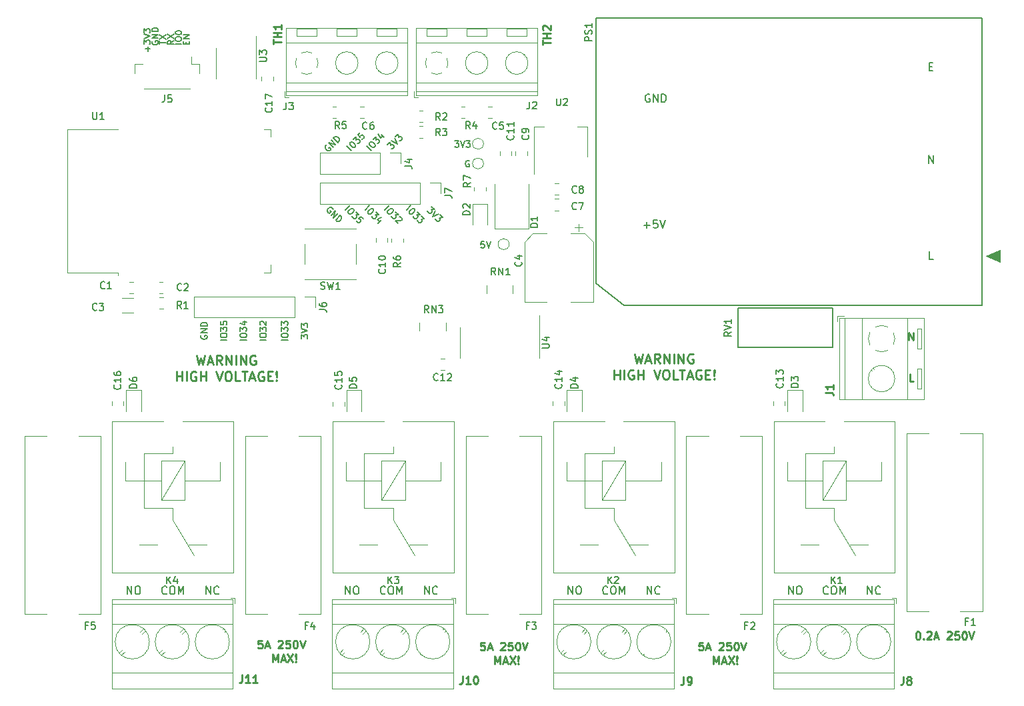
<source format=gbr>
G04 #@! TF.GenerationSoftware,KiCad,Pcbnew,(5.1.9)-1*
G04 #@! TF.CreationDate,2021-03-08T14:29:57+02:00*
G04 #@! TF.ProjectId,Voltlog ESP32 Relay Controller,566f6c74-6c6f-4672-9045-535033322052,rev?*
G04 #@! TF.SameCoordinates,Original*
G04 #@! TF.FileFunction,Legend,Top*
G04 #@! TF.FilePolarity,Positive*
%FSLAX46Y46*%
G04 Gerber Fmt 4.6, Leading zero omitted, Abs format (unit mm)*
G04 Created by KiCad (PCBNEW (5.1.9)-1) date 2021-03-08 14:29:57*
%MOMM*%
%LPD*%
G01*
G04 APERTURE LIST*
%ADD10C,0.250000*%
%ADD11C,0.150000*%
%ADD12C,0.200000*%
%ADD13C,0.120000*%
%ADD14C,0.100000*%
G04 APERTURE END LIST*
D10*
X116628571Y-101917857D02*
X116914285Y-103117857D01*
X117142857Y-102260714D01*
X117371428Y-103117857D01*
X117657142Y-101917857D01*
X118057142Y-102775000D02*
X118628571Y-102775000D01*
X117942857Y-103117857D02*
X118342857Y-101917857D01*
X118742857Y-103117857D01*
X119828571Y-103117857D02*
X119428571Y-102546428D01*
X119142857Y-103117857D02*
X119142857Y-101917857D01*
X119600000Y-101917857D01*
X119714285Y-101975000D01*
X119771428Y-102032142D01*
X119828571Y-102146428D01*
X119828571Y-102317857D01*
X119771428Y-102432142D01*
X119714285Y-102489285D01*
X119600000Y-102546428D01*
X119142857Y-102546428D01*
X120342857Y-103117857D02*
X120342857Y-101917857D01*
X121028571Y-103117857D01*
X121028571Y-101917857D01*
X121600000Y-103117857D02*
X121600000Y-101917857D01*
X122171428Y-103117857D02*
X122171428Y-101917857D01*
X122857142Y-103117857D01*
X122857142Y-101917857D01*
X124057142Y-101975000D02*
X123942857Y-101917857D01*
X123771428Y-101917857D01*
X123600000Y-101975000D01*
X123485714Y-102089285D01*
X123428571Y-102203571D01*
X123371428Y-102432142D01*
X123371428Y-102603571D01*
X123428571Y-102832142D01*
X123485714Y-102946428D01*
X123600000Y-103060714D01*
X123771428Y-103117857D01*
X123885714Y-103117857D01*
X124057142Y-103060714D01*
X124114285Y-103003571D01*
X124114285Y-102603571D01*
X123885714Y-102603571D01*
X114057142Y-105167857D02*
X114057142Y-103967857D01*
X114057142Y-104539285D02*
X114742857Y-104539285D01*
X114742857Y-105167857D02*
X114742857Y-103967857D01*
X115314285Y-105167857D02*
X115314285Y-103967857D01*
X116514285Y-104025000D02*
X116400000Y-103967857D01*
X116228571Y-103967857D01*
X116057142Y-104025000D01*
X115942857Y-104139285D01*
X115885714Y-104253571D01*
X115828571Y-104482142D01*
X115828571Y-104653571D01*
X115885714Y-104882142D01*
X115942857Y-104996428D01*
X116057142Y-105110714D01*
X116228571Y-105167857D01*
X116342857Y-105167857D01*
X116514285Y-105110714D01*
X116571428Y-105053571D01*
X116571428Y-104653571D01*
X116342857Y-104653571D01*
X117085714Y-105167857D02*
X117085714Y-103967857D01*
X117085714Y-104539285D02*
X117771428Y-104539285D01*
X117771428Y-105167857D02*
X117771428Y-103967857D01*
X119085714Y-103967857D02*
X119485714Y-105167857D01*
X119885714Y-103967857D01*
X120514285Y-103967857D02*
X120742857Y-103967857D01*
X120857142Y-104025000D01*
X120971428Y-104139285D01*
X121028571Y-104367857D01*
X121028571Y-104767857D01*
X120971428Y-104996428D01*
X120857142Y-105110714D01*
X120742857Y-105167857D01*
X120514285Y-105167857D01*
X120400000Y-105110714D01*
X120285714Y-104996428D01*
X120228571Y-104767857D01*
X120228571Y-104367857D01*
X120285714Y-104139285D01*
X120400000Y-104025000D01*
X120514285Y-103967857D01*
X122114285Y-105167857D02*
X121542857Y-105167857D01*
X121542857Y-103967857D01*
X122342857Y-103967857D02*
X123028571Y-103967857D01*
X122685714Y-105167857D02*
X122685714Y-103967857D01*
X123371428Y-104825000D02*
X123942857Y-104825000D01*
X123257142Y-105167857D02*
X123657142Y-103967857D01*
X124057142Y-105167857D01*
X125085714Y-104025000D02*
X124971428Y-103967857D01*
X124800000Y-103967857D01*
X124628571Y-104025000D01*
X124514285Y-104139285D01*
X124457142Y-104253571D01*
X124400000Y-104482142D01*
X124400000Y-104653571D01*
X124457142Y-104882142D01*
X124514285Y-104996428D01*
X124628571Y-105110714D01*
X124800000Y-105167857D01*
X124914285Y-105167857D01*
X125085714Y-105110714D01*
X125142857Y-105053571D01*
X125142857Y-104653571D01*
X124914285Y-104653571D01*
X125657142Y-104539285D02*
X126057142Y-104539285D01*
X126228571Y-105167857D02*
X125657142Y-105167857D01*
X125657142Y-103967857D01*
X126228571Y-103967857D01*
X126742857Y-105053571D02*
X126800000Y-105110714D01*
X126742857Y-105167857D01*
X126685714Y-105110714D01*
X126742857Y-105053571D01*
X126742857Y-105167857D01*
X126742857Y-104710714D02*
X126685714Y-104025000D01*
X126742857Y-103967857D01*
X126800000Y-104025000D01*
X126742857Y-104710714D01*
X126742857Y-103967857D01*
X61028571Y-102117857D02*
X61314285Y-103317857D01*
X61542857Y-102460714D01*
X61771428Y-103317857D01*
X62057142Y-102117857D01*
X62457142Y-102975000D02*
X63028571Y-102975000D01*
X62342857Y-103317857D02*
X62742857Y-102117857D01*
X63142857Y-103317857D01*
X64228571Y-103317857D02*
X63828571Y-102746428D01*
X63542857Y-103317857D02*
X63542857Y-102117857D01*
X64000000Y-102117857D01*
X64114285Y-102175000D01*
X64171428Y-102232142D01*
X64228571Y-102346428D01*
X64228571Y-102517857D01*
X64171428Y-102632142D01*
X64114285Y-102689285D01*
X64000000Y-102746428D01*
X63542857Y-102746428D01*
X64742857Y-103317857D02*
X64742857Y-102117857D01*
X65428571Y-103317857D01*
X65428571Y-102117857D01*
X66000000Y-103317857D02*
X66000000Y-102117857D01*
X66571428Y-103317857D02*
X66571428Y-102117857D01*
X67257142Y-103317857D01*
X67257142Y-102117857D01*
X68457142Y-102175000D02*
X68342857Y-102117857D01*
X68171428Y-102117857D01*
X68000000Y-102175000D01*
X67885714Y-102289285D01*
X67828571Y-102403571D01*
X67771428Y-102632142D01*
X67771428Y-102803571D01*
X67828571Y-103032142D01*
X67885714Y-103146428D01*
X68000000Y-103260714D01*
X68171428Y-103317857D01*
X68285714Y-103317857D01*
X68457142Y-103260714D01*
X68514285Y-103203571D01*
X68514285Y-102803571D01*
X68285714Y-102803571D01*
X58457142Y-105367857D02*
X58457142Y-104167857D01*
X58457142Y-104739285D02*
X59142857Y-104739285D01*
X59142857Y-105367857D02*
X59142857Y-104167857D01*
X59714285Y-105367857D02*
X59714285Y-104167857D01*
X60914285Y-104225000D02*
X60800000Y-104167857D01*
X60628571Y-104167857D01*
X60457142Y-104225000D01*
X60342857Y-104339285D01*
X60285714Y-104453571D01*
X60228571Y-104682142D01*
X60228571Y-104853571D01*
X60285714Y-105082142D01*
X60342857Y-105196428D01*
X60457142Y-105310714D01*
X60628571Y-105367857D01*
X60742857Y-105367857D01*
X60914285Y-105310714D01*
X60971428Y-105253571D01*
X60971428Y-104853571D01*
X60742857Y-104853571D01*
X61485714Y-105367857D02*
X61485714Y-104167857D01*
X61485714Y-104739285D02*
X62171428Y-104739285D01*
X62171428Y-105367857D02*
X62171428Y-104167857D01*
X63485714Y-104167857D02*
X63885714Y-105367857D01*
X64285714Y-104167857D01*
X64914285Y-104167857D02*
X65142857Y-104167857D01*
X65257142Y-104225000D01*
X65371428Y-104339285D01*
X65428571Y-104567857D01*
X65428571Y-104967857D01*
X65371428Y-105196428D01*
X65257142Y-105310714D01*
X65142857Y-105367857D01*
X64914285Y-105367857D01*
X64800000Y-105310714D01*
X64685714Y-105196428D01*
X64628571Y-104967857D01*
X64628571Y-104567857D01*
X64685714Y-104339285D01*
X64800000Y-104225000D01*
X64914285Y-104167857D01*
X66514285Y-105367857D02*
X65942857Y-105367857D01*
X65942857Y-104167857D01*
X66742857Y-104167857D02*
X67428571Y-104167857D01*
X67085714Y-105367857D02*
X67085714Y-104167857D01*
X67771428Y-105025000D02*
X68342857Y-105025000D01*
X67657142Y-105367857D02*
X68057142Y-104167857D01*
X68457142Y-105367857D01*
X69485714Y-104225000D02*
X69371428Y-104167857D01*
X69200000Y-104167857D01*
X69028571Y-104225000D01*
X68914285Y-104339285D01*
X68857142Y-104453571D01*
X68800000Y-104682142D01*
X68800000Y-104853571D01*
X68857142Y-105082142D01*
X68914285Y-105196428D01*
X69028571Y-105310714D01*
X69200000Y-105367857D01*
X69314285Y-105367857D01*
X69485714Y-105310714D01*
X69542857Y-105253571D01*
X69542857Y-104853571D01*
X69314285Y-104853571D01*
X70057142Y-104739285D02*
X70457142Y-104739285D01*
X70628571Y-105367857D02*
X70057142Y-105367857D01*
X70057142Y-104167857D01*
X70628571Y-104167857D01*
X71142857Y-105253571D02*
X71200000Y-105310714D01*
X71142857Y-105367857D01*
X71085714Y-105310714D01*
X71142857Y-105253571D01*
X71142857Y-105367857D01*
X71142857Y-104910714D02*
X71085714Y-104225000D01*
X71142857Y-104167857D01*
X71200000Y-104225000D01*
X71142857Y-104910714D01*
X71142857Y-104167857D01*
X152571428Y-137202380D02*
X152666666Y-137202380D01*
X152761904Y-137250000D01*
X152809523Y-137297619D01*
X152857142Y-137392857D01*
X152904761Y-137583333D01*
X152904761Y-137821428D01*
X152857142Y-138011904D01*
X152809523Y-138107142D01*
X152761904Y-138154761D01*
X152666666Y-138202380D01*
X152571428Y-138202380D01*
X152476190Y-138154761D01*
X152428571Y-138107142D01*
X152380952Y-138011904D01*
X152333333Y-137821428D01*
X152333333Y-137583333D01*
X152380952Y-137392857D01*
X152428571Y-137297619D01*
X152476190Y-137250000D01*
X152571428Y-137202380D01*
X153333333Y-138107142D02*
X153380952Y-138154761D01*
X153333333Y-138202380D01*
X153285714Y-138154761D01*
X153333333Y-138107142D01*
X153333333Y-138202380D01*
X153761904Y-137297619D02*
X153809523Y-137250000D01*
X153904761Y-137202380D01*
X154142857Y-137202380D01*
X154238095Y-137250000D01*
X154285714Y-137297619D01*
X154333333Y-137392857D01*
X154333333Y-137488095D01*
X154285714Y-137630952D01*
X153714285Y-138202380D01*
X154333333Y-138202380D01*
X154714285Y-137916666D02*
X155190476Y-137916666D01*
X154619047Y-138202380D02*
X154952380Y-137202380D01*
X155285714Y-138202380D01*
X156333333Y-137297619D02*
X156380952Y-137250000D01*
X156476190Y-137202380D01*
X156714285Y-137202380D01*
X156809523Y-137250000D01*
X156857142Y-137297619D01*
X156904761Y-137392857D01*
X156904761Y-137488095D01*
X156857142Y-137630952D01*
X156285714Y-138202380D01*
X156904761Y-138202380D01*
X157809523Y-137202380D02*
X157333333Y-137202380D01*
X157285714Y-137678571D01*
X157333333Y-137630952D01*
X157428571Y-137583333D01*
X157666666Y-137583333D01*
X157761904Y-137630952D01*
X157809523Y-137678571D01*
X157857142Y-137773809D01*
X157857142Y-138011904D01*
X157809523Y-138107142D01*
X157761904Y-138154761D01*
X157666666Y-138202380D01*
X157428571Y-138202380D01*
X157333333Y-138154761D01*
X157285714Y-138107142D01*
X158476190Y-137202380D02*
X158571428Y-137202380D01*
X158666666Y-137250000D01*
X158714285Y-137297619D01*
X158761904Y-137392857D01*
X158809523Y-137583333D01*
X158809523Y-137821428D01*
X158761904Y-138011904D01*
X158714285Y-138107142D01*
X158666666Y-138154761D01*
X158571428Y-138202380D01*
X158476190Y-138202380D01*
X158380952Y-138154761D01*
X158333333Y-138107142D01*
X158285714Y-138011904D01*
X158238095Y-137821428D01*
X158238095Y-137583333D01*
X158285714Y-137392857D01*
X158333333Y-137297619D01*
X158380952Y-137250000D01*
X158476190Y-137202380D01*
X159095238Y-137202380D02*
X159428571Y-138202380D01*
X159761904Y-137202380D01*
X125321428Y-138577380D02*
X124845238Y-138577380D01*
X124797619Y-139053571D01*
X124845238Y-139005952D01*
X124940476Y-138958333D01*
X125178571Y-138958333D01*
X125273809Y-139005952D01*
X125321428Y-139053571D01*
X125369047Y-139148809D01*
X125369047Y-139386904D01*
X125321428Y-139482142D01*
X125273809Y-139529761D01*
X125178571Y-139577380D01*
X124940476Y-139577380D01*
X124845238Y-139529761D01*
X124797619Y-139482142D01*
X125750000Y-139291666D02*
X126226190Y-139291666D01*
X125654761Y-139577380D02*
X125988095Y-138577380D01*
X126321428Y-139577380D01*
X127369047Y-138672619D02*
X127416666Y-138625000D01*
X127511904Y-138577380D01*
X127750000Y-138577380D01*
X127845238Y-138625000D01*
X127892857Y-138672619D01*
X127940476Y-138767857D01*
X127940476Y-138863095D01*
X127892857Y-139005952D01*
X127321428Y-139577380D01*
X127940476Y-139577380D01*
X128845238Y-138577380D02*
X128369047Y-138577380D01*
X128321428Y-139053571D01*
X128369047Y-139005952D01*
X128464285Y-138958333D01*
X128702380Y-138958333D01*
X128797619Y-139005952D01*
X128845238Y-139053571D01*
X128892857Y-139148809D01*
X128892857Y-139386904D01*
X128845238Y-139482142D01*
X128797619Y-139529761D01*
X128702380Y-139577380D01*
X128464285Y-139577380D01*
X128369047Y-139529761D01*
X128321428Y-139482142D01*
X129511904Y-138577380D02*
X129607142Y-138577380D01*
X129702380Y-138625000D01*
X129750000Y-138672619D01*
X129797619Y-138767857D01*
X129845238Y-138958333D01*
X129845238Y-139196428D01*
X129797619Y-139386904D01*
X129750000Y-139482142D01*
X129702380Y-139529761D01*
X129607142Y-139577380D01*
X129511904Y-139577380D01*
X129416666Y-139529761D01*
X129369047Y-139482142D01*
X129321428Y-139386904D01*
X129273809Y-139196428D01*
X129273809Y-138958333D01*
X129321428Y-138767857D01*
X129369047Y-138672619D01*
X129416666Y-138625000D01*
X129511904Y-138577380D01*
X130130952Y-138577380D02*
X130464285Y-139577380D01*
X130797619Y-138577380D01*
X126654761Y-141327380D02*
X126654761Y-140327380D01*
X126988095Y-141041666D01*
X127321428Y-140327380D01*
X127321428Y-141327380D01*
X127750000Y-141041666D02*
X128226190Y-141041666D01*
X127654761Y-141327380D02*
X127988095Y-140327380D01*
X128321428Y-141327380D01*
X128559523Y-140327380D02*
X129226190Y-141327380D01*
X129226190Y-140327380D02*
X128559523Y-141327380D01*
X129607142Y-141232142D02*
X129654761Y-141279761D01*
X129607142Y-141327380D01*
X129559523Y-141279761D01*
X129607142Y-141232142D01*
X129607142Y-141327380D01*
X129607142Y-140946428D02*
X129559523Y-140375000D01*
X129607142Y-140327380D01*
X129654761Y-140375000D01*
X129607142Y-140946428D01*
X129607142Y-140327380D01*
X97571428Y-138577380D02*
X97095238Y-138577380D01*
X97047619Y-139053571D01*
X97095238Y-139005952D01*
X97190476Y-138958333D01*
X97428571Y-138958333D01*
X97523809Y-139005952D01*
X97571428Y-139053571D01*
X97619047Y-139148809D01*
X97619047Y-139386904D01*
X97571428Y-139482142D01*
X97523809Y-139529761D01*
X97428571Y-139577380D01*
X97190476Y-139577380D01*
X97095238Y-139529761D01*
X97047619Y-139482142D01*
X98000000Y-139291666D02*
X98476190Y-139291666D01*
X97904761Y-139577380D02*
X98238095Y-138577380D01*
X98571428Y-139577380D01*
X99619047Y-138672619D02*
X99666666Y-138625000D01*
X99761904Y-138577380D01*
X100000000Y-138577380D01*
X100095238Y-138625000D01*
X100142857Y-138672619D01*
X100190476Y-138767857D01*
X100190476Y-138863095D01*
X100142857Y-139005952D01*
X99571428Y-139577380D01*
X100190476Y-139577380D01*
X101095238Y-138577380D02*
X100619047Y-138577380D01*
X100571428Y-139053571D01*
X100619047Y-139005952D01*
X100714285Y-138958333D01*
X100952380Y-138958333D01*
X101047619Y-139005952D01*
X101095238Y-139053571D01*
X101142857Y-139148809D01*
X101142857Y-139386904D01*
X101095238Y-139482142D01*
X101047619Y-139529761D01*
X100952380Y-139577380D01*
X100714285Y-139577380D01*
X100619047Y-139529761D01*
X100571428Y-139482142D01*
X101761904Y-138577380D02*
X101857142Y-138577380D01*
X101952380Y-138625000D01*
X102000000Y-138672619D01*
X102047619Y-138767857D01*
X102095238Y-138958333D01*
X102095238Y-139196428D01*
X102047619Y-139386904D01*
X102000000Y-139482142D01*
X101952380Y-139529761D01*
X101857142Y-139577380D01*
X101761904Y-139577380D01*
X101666666Y-139529761D01*
X101619047Y-139482142D01*
X101571428Y-139386904D01*
X101523809Y-139196428D01*
X101523809Y-138958333D01*
X101571428Y-138767857D01*
X101619047Y-138672619D01*
X101666666Y-138625000D01*
X101761904Y-138577380D01*
X102380952Y-138577380D02*
X102714285Y-139577380D01*
X103047619Y-138577380D01*
X98904761Y-141327380D02*
X98904761Y-140327380D01*
X99238095Y-141041666D01*
X99571428Y-140327380D01*
X99571428Y-141327380D01*
X100000000Y-141041666D02*
X100476190Y-141041666D01*
X99904761Y-141327380D02*
X100238095Y-140327380D01*
X100571428Y-141327380D01*
X100809523Y-140327380D02*
X101476190Y-141327380D01*
X101476190Y-140327380D02*
X100809523Y-141327380D01*
X101857142Y-141232142D02*
X101904761Y-141279761D01*
X101857142Y-141327380D01*
X101809523Y-141279761D01*
X101857142Y-141232142D01*
X101857142Y-141327380D01*
X101857142Y-140946428D02*
X101809523Y-140375000D01*
X101857142Y-140327380D01*
X101904761Y-140375000D01*
X101857142Y-140946428D01*
X101857142Y-140327380D01*
X69321428Y-138327380D02*
X68845238Y-138327380D01*
X68797619Y-138803571D01*
X68845238Y-138755952D01*
X68940476Y-138708333D01*
X69178571Y-138708333D01*
X69273809Y-138755952D01*
X69321428Y-138803571D01*
X69369047Y-138898809D01*
X69369047Y-139136904D01*
X69321428Y-139232142D01*
X69273809Y-139279761D01*
X69178571Y-139327380D01*
X68940476Y-139327380D01*
X68845238Y-139279761D01*
X68797619Y-139232142D01*
X69750000Y-139041666D02*
X70226190Y-139041666D01*
X69654761Y-139327380D02*
X69988095Y-138327380D01*
X70321428Y-139327380D01*
X71369047Y-138422619D02*
X71416666Y-138375000D01*
X71511904Y-138327380D01*
X71750000Y-138327380D01*
X71845238Y-138375000D01*
X71892857Y-138422619D01*
X71940476Y-138517857D01*
X71940476Y-138613095D01*
X71892857Y-138755952D01*
X71321428Y-139327380D01*
X71940476Y-139327380D01*
X72845238Y-138327380D02*
X72369047Y-138327380D01*
X72321428Y-138803571D01*
X72369047Y-138755952D01*
X72464285Y-138708333D01*
X72702380Y-138708333D01*
X72797619Y-138755952D01*
X72845238Y-138803571D01*
X72892857Y-138898809D01*
X72892857Y-139136904D01*
X72845238Y-139232142D01*
X72797619Y-139279761D01*
X72702380Y-139327380D01*
X72464285Y-139327380D01*
X72369047Y-139279761D01*
X72321428Y-139232142D01*
X73511904Y-138327380D02*
X73607142Y-138327380D01*
X73702380Y-138375000D01*
X73750000Y-138422619D01*
X73797619Y-138517857D01*
X73845238Y-138708333D01*
X73845238Y-138946428D01*
X73797619Y-139136904D01*
X73750000Y-139232142D01*
X73702380Y-139279761D01*
X73607142Y-139327380D01*
X73511904Y-139327380D01*
X73416666Y-139279761D01*
X73369047Y-139232142D01*
X73321428Y-139136904D01*
X73273809Y-138946428D01*
X73273809Y-138708333D01*
X73321428Y-138517857D01*
X73369047Y-138422619D01*
X73416666Y-138375000D01*
X73511904Y-138327380D01*
X74130952Y-138327380D02*
X74464285Y-139327380D01*
X74797619Y-138327380D01*
X70654761Y-141077380D02*
X70654761Y-140077380D01*
X70988095Y-140791666D01*
X71321428Y-140077380D01*
X71321428Y-141077380D01*
X71750000Y-140791666D02*
X72226190Y-140791666D01*
X71654761Y-141077380D02*
X71988095Y-140077380D01*
X72321428Y-141077380D01*
X72559523Y-140077380D02*
X73226190Y-141077380D01*
X73226190Y-140077380D02*
X72559523Y-141077380D01*
X73607142Y-140982142D02*
X73654761Y-141029761D01*
X73607142Y-141077380D01*
X73559523Y-141029761D01*
X73607142Y-140982142D01*
X73607142Y-141077380D01*
X73607142Y-140696428D02*
X73559523Y-140125000D01*
X73607142Y-140077380D01*
X73654761Y-140125000D01*
X73607142Y-140696428D01*
X73607142Y-140077380D01*
D11*
X153964285Y-77702380D02*
X153964285Y-76702380D01*
X154535714Y-77702380D01*
X154535714Y-76702380D01*
X154559523Y-89952380D02*
X154083333Y-89952380D01*
X154083333Y-88952380D01*
X154035714Y-65428571D02*
X154369047Y-65428571D01*
X154511904Y-65952380D02*
X154035714Y-65952380D01*
X154035714Y-64952380D01*
X154511904Y-64952380D01*
X118538095Y-69000000D02*
X118442857Y-68952380D01*
X118300000Y-68952380D01*
X118157142Y-69000000D01*
X118061904Y-69095238D01*
X118014285Y-69190476D01*
X117966666Y-69380952D01*
X117966666Y-69523809D01*
X118014285Y-69714285D01*
X118061904Y-69809523D01*
X118157142Y-69904761D01*
X118300000Y-69952380D01*
X118395238Y-69952380D01*
X118538095Y-69904761D01*
X118585714Y-69857142D01*
X118585714Y-69523809D01*
X118395238Y-69523809D01*
X119014285Y-69952380D02*
X119014285Y-68952380D01*
X119585714Y-69952380D01*
X119585714Y-68952380D01*
X120061904Y-69952380D02*
X120061904Y-68952380D01*
X120300000Y-68952380D01*
X120442857Y-69000000D01*
X120538095Y-69095238D01*
X120585714Y-69190476D01*
X120633333Y-69380952D01*
X120633333Y-69523809D01*
X120585714Y-69714285D01*
X120538095Y-69809523D01*
X120442857Y-69904761D01*
X120300000Y-69952380D01*
X120061904Y-69952380D01*
X117814285Y-85571428D02*
X118576190Y-85571428D01*
X118195238Y-85952380D02*
X118195238Y-85190476D01*
X119528571Y-84952380D02*
X119052380Y-84952380D01*
X119004761Y-85428571D01*
X119052380Y-85380952D01*
X119147619Y-85333333D01*
X119385714Y-85333333D01*
X119480952Y-85380952D01*
X119528571Y-85428571D01*
X119576190Y-85523809D01*
X119576190Y-85761904D01*
X119528571Y-85857142D01*
X119480952Y-85904761D01*
X119385714Y-85952380D01*
X119147619Y-85952380D01*
X119052380Y-85904761D01*
X119004761Y-85857142D01*
X119861904Y-84952380D02*
X120195238Y-85952380D01*
X120528571Y-84952380D01*
X85239847Y-75390592D02*
X85590033Y-75040406D01*
X85616971Y-75444467D01*
X85697783Y-75363654D01*
X85778595Y-75336717D01*
X85832470Y-75336717D01*
X85913282Y-75363654D01*
X86047969Y-75498341D01*
X86074906Y-75579154D01*
X86074906Y-75633028D01*
X86047969Y-75713841D01*
X85886345Y-75875465D01*
X85805532Y-75902402D01*
X85751658Y-75902402D01*
X85751658Y-74878781D02*
X86505905Y-75255905D01*
X86128781Y-74501658D01*
X86263468Y-74366971D02*
X86613654Y-74016784D01*
X86640592Y-74420845D01*
X86721404Y-74340033D01*
X86802216Y-74313096D01*
X86856091Y-74313096D01*
X86936903Y-74340033D01*
X87071590Y-74474720D01*
X87098528Y-74555532D01*
X87098528Y-74609407D01*
X87071590Y-74690219D01*
X86909966Y-74851844D01*
X86829154Y-74878781D01*
X86775279Y-74878781D01*
X83170845Y-76090964D02*
X82605160Y-75525279D01*
X82982284Y-75148155D02*
X83090033Y-75040406D01*
X83170845Y-75013468D01*
X83278595Y-75013468D01*
X83413282Y-75094280D01*
X83601844Y-75282842D01*
X83682656Y-75417529D01*
X83682656Y-75525279D01*
X83655719Y-75606091D01*
X83547969Y-75713841D01*
X83467157Y-75740778D01*
X83359407Y-75740778D01*
X83224720Y-75659966D01*
X83036158Y-75471404D01*
X82955346Y-75336717D01*
X82955346Y-75228967D01*
X82982284Y-75148155D01*
X83413282Y-74717157D02*
X83763468Y-74366971D01*
X83790406Y-74771032D01*
X83871218Y-74690219D01*
X83952030Y-74663282D01*
X84005905Y-74663282D01*
X84086717Y-74690219D01*
X84221404Y-74824906D01*
X84248341Y-74905719D01*
X84248341Y-74959593D01*
X84221404Y-75040406D01*
X84059780Y-75202030D01*
X83978967Y-75228967D01*
X83925093Y-75228967D01*
X84436903Y-74070659D02*
X84814027Y-74447783D01*
X84086717Y-73989847D02*
X84356091Y-74528595D01*
X84706277Y-74178409D01*
X80670845Y-76090964D02*
X80105160Y-75525279D01*
X80482284Y-75148155D02*
X80590033Y-75040406D01*
X80670845Y-75013468D01*
X80778595Y-75013468D01*
X80913282Y-75094280D01*
X81101844Y-75282842D01*
X81182656Y-75417529D01*
X81182656Y-75525279D01*
X81155719Y-75606091D01*
X81047969Y-75713841D01*
X80967157Y-75740778D01*
X80859407Y-75740778D01*
X80724720Y-75659966D01*
X80536158Y-75471404D01*
X80455346Y-75336717D01*
X80455346Y-75228967D01*
X80482284Y-75148155D01*
X80913282Y-74717157D02*
X81263468Y-74366971D01*
X81290406Y-74771032D01*
X81371218Y-74690219D01*
X81452030Y-74663282D01*
X81505905Y-74663282D01*
X81586717Y-74690219D01*
X81721404Y-74824906D01*
X81748341Y-74905719D01*
X81748341Y-74959593D01*
X81721404Y-75040406D01*
X81559780Y-75202030D01*
X81478967Y-75228967D01*
X81425093Y-75228967D01*
X81775279Y-73855160D02*
X81505905Y-74124534D01*
X81748341Y-74420845D01*
X81748341Y-74366971D01*
X81775279Y-74286158D01*
X81909966Y-74151471D01*
X81990778Y-74124534D01*
X82044653Y-74124534D01*
X82125465Y-74151471D01*
X82260152Y-74286158D01*
X82287089Y-74366971D01*
X82287089Y-74420845D01*
X82260152Y-74501658D01*
X82125465Y-74636345D01*
X82044653Y-74663282D01*
X81990778Y-74663282D01*
X77536158Y-75398155D02*
X77455346Y-75425093D01*
X77374534Y-75505905D01*
X77320659Y-75613654D01*
X77320659Y-75721404D01*
X77347597Y-75802216D01*
X77428409Y-75936903D01*
X77509221Y-76017715D01*
X77643908Y-76098528D01*
X77724720Y-76125465D01*
X77832470Y-76125465D01*
X77940219Y-76071590D01*
X77994094Y-76017715D01*
X78047969Y-75909966D01*
X78047969Y-75856091D01*
X77859407Y-75667529D01*
X77751658Y-75775279D01*
X78344280Y-75667529D02*
X77778595Y-75101844D01*
X78667529Y-75344280D01*
X78101844Y-74778595D01*
X78936903Y-75074906D02*
X78371218Y-74509221D01*
X78505905Y-74374534D01*
X78613654Y-74320659D01*
X78721404Y-74320659D01*
X78802216Y-74347597D01*
X78936903Y-74428409D01*
X79017715Y-74509221D01*
X79098528Y-74643908D01*
X79125465Y-74724720D01*
X79125465Y-74832470D01*
X79071590Y-74940219D01*
X78936903Y-75074906D01*
X90859407Y-83239847D02*
X91209593Y-83590033D01*
X90805532Y-83616971D01*
X90886345Y-83697783D01*
X90913282Y-83778595D01*
X90913282Y-83832470D01*
X90886345Y-83913282D01*
X90751658Y-84047969D01*
X90670845Y-84074906D01*
X90616971Y-84074906D01*
X90536158Y-84047969D01*
X90374534Y-83886345D01*
X90347597Y-83805532D01*
X90347597Y-83751658D01*
X91371218Y-83751658D02*
X90994094Y-84505905D01*
X91748341Y-84128781D01*
X91883028Y-84263468D02*
X92233215Y-84613654D01*
X91829154Y-84640592D01*
X91909966Y-84721404D01*
X91936903Y-84802216D01*
X91936903Y-84856091D01*
X91909966Y-84936903D01*
X91775279Y-85071590D01*
X91694467Y-85098528D01*
X91640592Y-85098528D01*
X91559780Y-85071590D01*
X91398155Y-84909966D01*
X91371218Y-84829154D01*
X91371218Y-84775279D01*
X78351844Y-83536158D02*
X78324906Y-83455346D01*
X78244094Y-83374534D01*
X78136345Y-83320659D01*
X78028595Y-83320659D01*
X77947783Y-83347597D01*
X77813096Y-83428409D01*
X77732284Y-83509221D01*
X77651471Y-83643908D01*
X77624534Y-83724720D01*
X77624534Y-83832470D01*
X77678409Y-83940219D01*
X77732284Y-83994094D01*
X77840033Y-84047969D01*
X77893908Y-84047969D01*
X78082470Y-83859407D01*
X77974720Y-83751658D01*
X78082470Y-84344280D02*
X78648155Y-83778595D01*
X78405719Y-84667529D01*
X78971404Y-84101844D01*
X78675093Y-84936903D02*
X79240778Y-84371218D01*
X79375465Y-84505905D01*
X79429340Y-84613654D01*
X79429340Y-84721404D01*
X79402402Y-84802216D01*
X79321590Y-84936903D01*
X79240778Y-85017715D01*
X79106091Y-85098528D01*
X79025279Y-85125465D01*
X78917529Y-85125465D01*
X78809780Y-85071590D01*
X78675093Y-84936903D01*
X87659035Y-83670845D02*
X88224720Y-83105160D01*
X88601844Y-83482284D02*
X88709593Y-83590033D01*
X88736531Y-83670845D01*
X88736531Y-83778595D01*
X88655719Y-83913282D01*
X88467157Y-84101844D01*
X88332470Y-84182656D01*
X88224720Y-84182656D01*
X88143908Y-84155719D01*
X88036158Y-84047969D01*
X88009221Y-83967157D01*
X88009221Y-83859407D01*
X88090033Y-83724720D01*
X88278595Y-83536158D01*
X88413282Y-83455346D01*
X88521032Y-83455346D01*
X88601844Y-83482284D01*
X89032842Y-83913282D02*
X89383028Y-84263468D01*
X88978967Y-84290406D01*
X89059780Y-84371218D01*
X89086717Y-84452030D01*
X89086717Y-84505905D01*
X89059780Y-84586717D01*
X88925093Y-84721404D01*
X88844280Y-84748341D01*
X88790406Y-84748341D01*
X88709593Y-84721404D01*
X88547969Y-84559780D01*
X88521032Y-84478967D01*
X88521032Y-84425093D01*
X89571590Y-84452030D02*
X89921776Y-84802216D01*
X89517715Y-84829154D01*
X89598528Y-84909966D01*
X89625465Y-84990778D01*
X89625465Y-85044653D01*
X89598528Y-85125465D01*
X89463841Y-85260152D01*
X89383028Y-85287089D01*
X89329154Y-85287089D01*
X89248341Y-85260152D01*
X89086717Y-85098528D01*
X89059780Y-85017715D01*
X89059780Y-84963841D01*
X79909035Y-83670845D02*
X80474720Y-83105160D01*
X80851844Y-83482284D02*
X80959593Y-83590033D01*
X80986531Y-83670845D01*
X80986531Y-83778595D01*
X80905719Y-83913282D01*
X80717157Y-84101844D01*
X80582470Y-84182656D01*
X80474720Y-84182656D01*
X80393908Y-84155719D01*
X80286158Y-84047969D01*
X80259221Y-83967157D01*
X80259221Y-83859407D01*
X80340033Y-83724720D01*
X80528595Y-83536158D01*
X80663282Y-83455346D01*
X80771032Y-83455346D01*
X80851844Y-83482284D01*
X81282842Y-83913282D02*
X81633028Y-84263468D01*
X81228967Y-84290406D01*
X81309780Y-84371218D01*
X81336717Y-84452030D01*
X81336717Y-84505905D01*
X81309780Y-84586717D01*
X81175093Y-84721404D01*
X81094280Y-84748341D01*
X81040406Y-84748341D01*
X80959593Y-84721404D01*
X80797969Y-84559780D01*
X80771032Y-84478967D01*
X80771032Y-84425093D01*
X82144839Y-84775279D02*
X81875465Y-84505905D01*
X81579154Y-84748341D01*
X81633028Y-84748341D01*
X81713841Y-84775279D01*
X81848528Y-84909966D01*
X81875465Y-84990778D01*
X81875465Y-85044653D01*
X81848528Y-85125465D01*
X81713841Y-85260152D01*
X81633028Y-85287089D01*
X81579154Y-85287089D01*
X81498341Y-85260152D01*
X81363654Y-85125465D01*
X81336717Y-85044653D01*
X81336717Y-84990778D01*
X84909035Y-83670845D02*
X85474720Y-83105160D01*
X85851844Y-83482284D02*
X85959593Y-83590033D01*
X85986531Y-83670845D01*
X85986531Y-83778595D01*
X85905719Y-83913282D01*
X85717157Y-84101844D01*
X85582470Y-84182656D01*
X85474720Y-84182656D01*
X85393908Y-84155719D01*
X85286158Y-84047969D01*
X85259221Y-83967157D01*
X85259221Y-83859407D01*
X85340033Y-83724720D01*
X85528595Y-83536158D01*
X85663282Y-83455346D01*
X85771032Y-83455346D01*
X85851844Y-83482284D01*
X86282842Y-83913282D02*
X86633028Y-84263468D01*
X86228967Y-84290406D01*
X86309780Y-84371218D01*
X86336717Y-84452030D01*
X86336717Y-84505905D01*
X86309780Y-84586717D01*
X86175093Y-84721404D01*
X86094280Y-84748341D01*
X86040406Y-84748341D01*
X85959593Y-84721404D01*
X85797969Y-84559780D01*
X85771032Y-84478967D01*
X85771032Y-84425093D01*
X86794653Y-84532842D02*
X86848528Y-84532842D01*
X86929340Y-84559780D01*
X87064027Y-84694467D01*
X87090964Y-84775279D01*
X87090964Y-84829154D01*
X87064027Y-84909966D01*
X87010152Y-84963841D01*
X86902402Y-85017715D01*
X86255905Y-85017715D01*
X86606091Y-85367902D01*
X82409035Y-83670845D02*
X82974720Y-83105160D01*
X83351844Y-83482284D02*
X83459593Y-83590033D01*
X83486531Y-83670845D01*
X83486531Y-83778595D01*
X83405719Y-83913282D01*
X83217157Y-84101844D01*
X83082470Y-84182656D01*
X82974720Y-84182656D01*
X82893908Y-84155719D01*
X82786158Y-84047969D01*
X82759221Y-83967157D01*
X82759221Y-83859407D01*
X82840033Y-83724720D01*
X83028595Y-83536158D01*
X83163282Y-83455346D01*
X83271032Y-83455346D01*
X83351844Y-83482284D01*
X83782842Y-83913282D02*
X84133028Y-84263468D01*
X83728967Y-84290406D01*
X83809780Y-84371218D01*
X83836717Y-84452030D01*
X83836717Y-84505905D01*
X83809780Y-84586717D01*
X83675093Y-84721404D01*
X83594280Y-84748341D01*
X83540406Y-84748341D01*
X83459593Y-84721404D01*
X83297969Y-84559780D01*
X83271032Y-84478967D01*
X83271032Y-84425093D01*
X84429340Y-84936903D02*
X84052216Y-85314027D01*
X84510152Y-84586717D02*
X83971404Y-84856091D01*
X84321590Y-85206277D01*
X74311904Y-99990476D02*
X74311904Y-99495238D01*
X74616666Y-99761904D01*
X74616666Y-99647619D01*
X74654761Y-99571428D01*
X74692857Y-99533333D01*
X74769047Y-99495238D01*
X74959523Y-99495238D01*
X75035714Y-99533333D01*
X75073809Y-99571428D01*
X75111904Y-99647619D01*
X75111904Y-99876190D01*
X75073809Y-99952380D01*
X75035714Y-99990476D01*
X74311904Y-99266666D02*
X75111904Y-99000000D01*
X74311904Y-98733333D01*
X74311904Y-98542857D02*
X74311904Y-98047619D01*
X74616666Y-98314285D01*
X74616666Y-98200000D01*
X74654761Y-98123809D01*
X74692857Y-98085714D01*
X74769047Y-98047619D01*
X74959523Y-98047619D01*
X75035714Y-98085714D01*
X75073809Y-98123809D01*
X75111904Y-98200000D01*
X75111904Y-98428571D01*
X75073809Y-98504761D01*
X75035714Y-98542857D01*
X61600000Y-99609523D02*
X61561904Y-99685714D01*
X61561904Y-99800000D01*
X61600000Y-99914285D01*
X61676190Y-99990476D01*
X61752380Y-100028571D01*
X61904761Y-100066666D01*
X62019047Y-100066666D01*
X62171428Y-100028571D01*
X62247619Y-99990476D01*
X62323809Y-99914285D01*
X62361904Y-99800000D01*
X62361904Y-99723809D01*
X62323809Y-99609523D01*
X62285714Y-99571428D01*
X62019047Y-99571428D01*
X62019047Y-99723809D01*
X62361904Y-99228571D02*
X61561904Y-99228571D01*
X62361904Y-98771428D01*
X61561904Y-98771428D01*
X62361904Y-98390476D02*
X61561904Y-98390476D01*
X61561904Y-98200000D01*
X61600000Y-98085714D01*
X61676190Y-98009523D01*
X61752380Y-97971428D01*
X61904761Y-97933333D01*
X62019047Y-97933333D01*
X62171428Y-97971428D01*
X62247619Y-98009523D01*
X62323809Y-98085714D01*
X62361904Y-98200000D01*
X62361904Y-98390476D01*
X72611904Y-100180952D02*
X71811904Y-100180952D01*
X71811904Y-99647619D02*
X71811904Y-99495238D01*
X71850000Y-99419047D01*
X71926190Y-99342857D01*
X72078571Y-99304761D01*
X72345238Y-99304761D01*
X72497619Y-99342857D01*
X72573809Y-99419047D01*
X72611904Y-99495238D01*
X72611904Y-99647619D01*
X72573809Y-99723809D01*
X72497619Y-99800000D01*
X72345238Y-99838095D01*
X72078571Y-99838095D01*
X71926190Y-99800000D01*
X71850000Y-99723809D01*
X71811904Y-99647619D01*
X71811904Y-99038095D02*
X71811904Y-98542857D01*
X72116666Y-98809523D01*
X72116666Y-98695238D01*
X72154761Y-98619047D01*
X72192857Y-98580952D01*
X72269047Y-98542857D01*
X72459523Y-98542857D01*
X72535714Y-98580952D01*
X72573809Y-98619047D01*
X72611904Y-98695238D01*
X72611904Y-98923809D01*
X72573809Y-99000000D01*
X72535714Y-99038095D01*
X71811904Y-98276190D02*
X71811904Y-97780952D01*
X72116666Y-98047619D01*
X72116666Y-97933333D01*
X72154761Y-97857142D01*
X72192857Y-97819047D01*
X72269047Y-97780952D01*
X72459523Y-97780952D01*
X72535714Y-97819047D01*
X72573809Y-97857142D01*
X72611904Y-97933333D01*
X72611904Y-98161904D01*
X72573809Y-98238095D01*
X72535714Y-98276190D01*
X69861904Y-100180952D02*
X69061904Y-100180952D01*
X69061904Y-99647619D02*
X69061904Y-99495238D01*
X69100000Y-99419047D01*
X69176190Y-99342857D01*
X69328571Y-99304761D01*
X69595238Y-99304761D01*
X69747619Y-99342857D01*
X69823809Y-99419047D01*
X69861904Y-99495238D01*
X69861904Y-99647619D01*
X69823809Y-99723809D01*
X69747619Y-99800000D01*
X69595238Y-99838095D01*
X69328571Y-99838095D01*
X69176190Y-99800000D01*
X69100000Y-99723809D01*
X69061904Y-99647619D01*
X69061904Y-99038095D02*
X69061904Y-98542857D01*
X69366666Y-98809523D01*
X69366666Y-98695238D01*
X69404761Y-98619047D01*
X69442857Y-98580952D01*
X69519047Y-98542857D01*
X69709523Y-98542857D01*
X69785714Y-98580952D01*
X69823809Y-98619047D01*
X69861904Y-98695238D01*
X69861904Y-98923809D01*
X69823809Y-99000000D01*
X69785714Y-99038095D01*
X69138095Y-98238095D02*
X69100000Y-98200000D01*
X69061904Y-98123809D01*
X69061904Y-97933333D01*
X69100000Y-97857142D01*
X69138095Y-97819047D01*
X69214285Y-97780952D01*
X69290476Y-97780952D01*
X69404761Y-97819047D01*
X69861904Y-98276190D01*
X69861904Y-97780952D01*
X67361904Y-100180952D02*
X66561904Y-100180952D01*
X66561904Y-99647619D02*
X66561904Y-99495238D01*
X66600000Y-99419047D01*
X66676190Y-99342857D01*
X66828571Y-99304761D01*
X67095238Y-99304761D01*
X67247619Y-99342857D01*
X67323809Y-99419047D01*
X67361904Y-99495238D01*
X67361904Y-99647619D01*
X67323809Y-99723809D01*
X67247619Y-99800000D01*
X67095238Y-99838095D01*
X66828571Y-99838095D01*
X66676190Y-99800000D01*
X66600000Y-99723809D01*
X66561904Y-99647619D01*
X66561904Y-99038095D02*
X66561904Y-98542857D01*
X66866666Y-98809523D01*
X66866666Y-98695238D01*
X66904761Y-98619047D01*
X66942857Y-98580952D01*
X67019047Y-98542857D01*
X67209523Y-98542857D01*
X67285714Y-98580952D01*
X67323809Y-98619047D01*
X67361904Y-98695238D01*
X67361904Y-98923809D01*
X67323809Y-99000000D01*
X67285714Y-99038095D01*
X66828571Y-97857142D02*
X67361904Y-97857142D01*
X66523809Y-98047619D02*
X67095238Y-98238095D01*
X67095238Y-97742857D01*
X64861904Y-100180952D02*
X64061904Y-100180952D01*
X64061904Y-99647619D02*
X64061904Y-99495238D01*
X64100000Y-99419047D01*
X64176190Y-99342857D01*
X64328571Y-99304761D01*
X64595238Y-99304761D01*
X64747619Y-99342857D01*
X64823809Y-99419047D01*
X64861904Y-99495238D01*
X64861904Y-99647619D01*
X64823809Y-99723809D01*
X64747619Y-99800000D01*
X64595238Y-99838095D01*
X64328571Y-99838095D01*
X64176190Y-99800000D01*
X64100000Y-99723809D01*
X64061904Y-99647619D01*
X64061904Y-99038095D02*
X64061904Y-98542857D01*
X64366666Y-98809523D01*
X64366666Y-98695238D01*
X64404761Y-98619047D01*
X64442857Y-98580952D01*
X64519047Y-98542857D01*
X64709523Y-98542857D01*
X64785714Y-98580952D01*
X64823809Y-98619047D01*
X64861904Y-98695238D01*
X64861904Y-98923809D01*
X64823809Y-99000000D01*
X64785714Y-99038095D01*
X64061904Y-97819047D02*
X64061904Y-98200000D01*
X64442857Y-98238095D01*
X64404761Y-98200000D01*
X64366666Y-98123809D01*
X64366666Y-97933333D01*
X64404761Y-97857142D01*
X64442857Y-97819047D01*
X64519047Y-97780952D01*
X64709523Y-97780952D01*
X64785714Y-97819047D01*
X64823809Y-97857142D01*
X64861904Y-97933333D01*
X64861904Y-98123809D01*
X64823809Y-98200000D01*
X64785714Y-98238095D01*
D12*
X62214285Y-132452380D02*
X62214285Y-131452380D01*
X62785714Y-132452380D01*
X62785714Y-131452380D01*
X63833333Y-132357142D02*
X63785714Y-132404761D01*
X63642857Y-132452380D01*
X63547619Y-132452380D01*
X63404761Y-132404761D01*
X63309523Y-132309523D01*
X63261904Y-132214285D01*
X63214285Y-132023809D01*
X63214285Y-131880952D01*
X63261904Y-131690476D01*
X63309523Y-131595238D01*
X63404761Y-131500000D01*
X63547619Y-131452380D01*
X63642857Y-131452380D01*
X63785714Y-131500000D01*
X63833333Y-131547619D01*
X57214285Y-132357142D02*
X57166666Y-132404761D01*
X57023809Y-132452380D01*
X56928571Y-132452380D01*
X56785714Y-132404761D01*
X56690476Y-132309523D01*
X56642857Y-132214285D01*
X56595238Y-132023809D01*
X56595238Y-131880952D01*
X56642857Y-131690476D01*
X56690476Y-131595238D01*
X56785714Y-131500000D01*
X56928571Y-131452380D01*
X57023809Y-131452380D01*
X57166666Y-131500000D01*
X57214285Y-131547619D01*
X57833333Y-131452380D02*
X58023809Y-131452380D01*
X58119047Y-131500000D01*
X58214285Y-131595238D01*
X58261904Y-131785714D01*
X58261904Y-132119047D01*
X58214285Y-132309523D01*
X58119047Y-132404761D01*
X58023809Y-132452380D01*
X57833333Y-132452380D01*
X57738095Y-132404761D01*
X57642857Y-132309523D01*
X57595238Y-132119047D01*
X57595238Y-131785714D01*
X57642857Y-131595238D01*
X57738095Y-131500000D01*
X57833333Y-131452380D01*
X58690476Y-132452380D02*
X58690476Y-131452380D01*
X59023809Y-132166666D01*
X59357142Y-131452380D01*
X59357142Y-132452380D01*
X52190476Y-132452380D02*
X52190476Y-131452380D01*
X52761904Y-132452380D01*
X52761904Y-131452380D01*
X53428571Y-131452380D02*
X53619047Y-131452380D01*
X53714285Y-131500000D01*
X53809523Y-131595238D01*
X53857142Y-131785714D01*
X53857142Y-132119047D01*
X53809523Y-132309523D01*
X53714285Y-132404761D01*
X53619047Y-132452380D01*
X53428571Y-132452380D01*
X53333333Y-132404761D01*
X53238095Y-132309523D01*
X53190476Y-132119047D01*
X53190476Y-131785714D01*
X53238095Y-131595238D01*
X53333333Y-131500000D01*
X53428571Y-131452380D01*
X84964285Y-132357142D02*
X84916666Y-132404761D01*
X84773809Y-132452380D01*
X84678571Y-132452380D01*
X84535714Y-132404761D01*
X84440476Y-132309523D01*
X84392857Y-132214285D01*
X84345238Y-132023809D01*
X84345238Y-131880952D01*
X84392857Y-131690476D01*
X84440476Y-131595238D01*
X84535714Y-131500000D01*
X84678571Y-131452380D01*
X84773809Y-131452380D01*
X84916666Y-131500000D01*
X84964285Y-131547619D01*
X85583333Y-131452380D02*
X85773809Y-131452380D01*
X85869047Y-131500000D01*
X85964285Y-131595238D01*
X86011904Y-131785714D01*
X86011904Y-132119047D01*
X85964285Y-132309523D01*
X85869047Y-132404761D01*
X85773809Y-132452380D01*
X85583333Y-132452380D01*
X85488095Y-132404761D01*
X85392857Y-132309523D01*
X85345238Y-132119047D01*
X85345238Y-131785714D01*
X85392857Y-131595238D01*
X85488095Y-131500000D01*
X85583333Y-131452380D01*
X86440476Y-132452380D02*
X86440476Y-131452380D01*
X86773809Y-132166666D01*
X87107142Y-131452380D01*
X87107142Y-132452380D01*
X89964285Y-132452380D02*
X89964285Y-131452380D01*
X90535714Y-132452380D01*
X90535714Y-131452380D01*
X91583333Y-132357142D02*
X91535714Y-132404761D01*
X91392857Y-132452380D01*
X91297619Y-132452380D01*
X91154761Y-132404761D01*
X91059523Y-132309523D01*
X91011904Y-132214285D01*
X90964285Y-132023809D01*
X90964285Y-131880952D01*
X91011904Y-131690476D01*
X91059523Y-131595238D01*
X91154761Y-131500000D01*
X91297619Y-131452380D01*
X91392857Y-131452380D01*
X91535714Y-131500000D01*
X91583333Y-131547619D01*
X79940476Y-132452380D02*
X79940476Y-131452380D01*
X80511904Y-132452380D01*
X80511904Y-131452380D01*
X81178571Y-131452380D02*
X81369047Y-131452380D01*
X81464285Y-131500000D01*
X81559523Y-131595238D01*
X81607142Y-131785714D01*
X81607142Y-132119047D01*
X81559523Y-132309523D01*
X81464285Y-132404761D01*
X81369047Y-132452380D01*
X81178571Y-132452380D01*
X81083333Y-132404761D01*
X80988095Y-132309523D01*
X80940476Y-132119047D01*
X80940476Y-131785714D01*
X80988095Y-131595238D01*
X81083333Y-131500000D01*
X81178571Y-131452380D01*
X113214285Y-132357142D02*
X113166666Y-132404761D01*
X113023809Y-132452380D01*
X112928571Y-132452380D01*
X112785714Y-132404761D01*
X112690476Y-132309523D01*
X112642857Y-132214285D01*
X112595238Y-132023809D01*
X112595238Y-131880952D01*
X112642857Y-131690476D01*
X112690476Y-131595238D01*
X112785714Y-131500000D01*
X112928571Y-131452380D01*
X113023809Y-131452380D01*
X113166666Y-131500000D01*
X113214285Y-131547619D01*
X113833333Y-131452380D02*
X114023809Y-131452380D01*
X114119047Y-131500000D01*
X114214285Y-131595238D01*
X114261904Y-131785714D01*
X114261904Y-132119047D01*
X114214285Y-132309523D01*
X114119047Y-132404761D01*
X114023809Y-132452380D01*
X113833333Y-132452380D01*
X113738095Y-132404761D01*
X113642857Y-132309523D01*
X113595238Y-132119047D01*
X113595238Y-131785714D01*
X113642857Y-131595238D01*
X113738095Y-131500000D01*
X113833333Y-131452380D01*
X114690476Y-132452380D02*
X114690476Y-131452380D01*
X115023809Y-132166666D01*
X115357142Y-131452380D01*
X115357142Y-132452380D01*
X118214285Y-132452380D02*
X118214285Y-131452380D01*
X118785714Y-132452380D01*
X118785714Y-131452380D01*
X119833333Y-132357142D02*
X119785714Y-132404761D01*
X119642857Y-132452380D01*
X119547619Y-132452380D01*
X119404761Y-132404761D01*
X119309523Y-132309523D01*
X119261904Y-132214285D01*
X119214285Y-132023809D01*
X119214285Y-131880952D01*
X119261904Y-131690476D01*
X119309523Y-131595238D01*
X119404761Y-131500000D01*
X119547619Y-131452380D01*
X119642857Y-131452380D01*
X119785714Y-131500000D01*
X119833333Y-131547619D01*
X108190476Y-132452380D02*
X108190476Y-131452380D01*
X108761904Y-132452380D01*
X108761904Y-131452380D01*
X109428571Y-131452380D02*
X109619047Y-131452380D01*
X109714285Y-131500000D01*
X109809523Y-131595238D01*
X109857142Y-131785714D01*
X109857142Y-132119047D01*
X109809523Y-132309523D01*
X109714285Y-132404761D01*
X109619047Y-132452380D01*
X109428571Y-132452380D01*
X109333333Y-132404761D01*
X109238095Y-132309523D01*
X109190476Y-132119047D01*
X109190476Y-131785714D01*
X109238095Y-131595238D01*
X109333333Y-131500000D01*
X109428571Y-131452380D01*
X141214285Y-132357142D02*
X141166666Y-132404761D01*
X141023809Y-132452380D01*
X140928571Y-132452380D01*
X140785714Y-132404761D01*
X140690476Y-132309523D01*
X140642857Y-132214285D01*
X140595238Y-132023809D01*
X140595238Y-131880952D01*
X140642857Y-131690476D01*
X140690476Y-131595238D01*
X140785714Y-131500000D01*
X140928571Y-131452380D01*
X141023809Y-131452380D01*
X141166666Y-131500000D01*
X141214285Y-131547619D01*
X141833333Y-131452380D02*
X142023809Y-131452380D01*
X142119047Y-131500000D01*
X142214285Y-131595238D01*
X142261904Y-131785714D01*
X142261904Y-132119047D01*
X142214285Y-132309523D01*
X142119047Y-132404761D01*
X142023809Y-132452380D01*
X141833333Y-132452380D01*
X141738095Y-132404761D01*
X141642857Y-132309523D01*
X141595238Y-132119047D01*
X141595238Y-131785714D01*
X141642857Y-131595238D01*
X141738095Y-131500000D01*
X141833333Y-131452380D01*
X142690476Y-132452380D02*
X142690476Y-131452380D01*
X143023809Y-132166666D01*
X143357142Y-131452380D01*
X143357142Y-132452380D01*
X136190476Y-132452380D02*
X136190476Y-131452380D01*
X136761904Y-132452380D01*
X136761904Y-131452380D01*
X137428571Y-131452380D02*
X137619047Y-131452380D01*
X137714285Y-131500000D01*
X137809523Y-131595238D01*
X137857142Y-131785714D01*
X137857142Y-132119047D01*
X137809523Y-132309523D01*
X137714285Y-132404761D01*
X137619047Y-132452380D01*
X137428571Y-132452380D01*
X137333333Y-132404761D01*
X137238095Y-132309523D01*
X137190476Y-132119047D01*
X137190476Y-131785714D01*
X137238095Y-131595238D01*
X137333333Y-131500000D01*
X137428571Y-131452380D01*
X146214285Y-132452380D02*
X146214285Y-131452380D01*
X146785714Y-132452380D01*
X146785714Y-131452380D01*
X147833333Y-132357142D02*
X147785714Y-132404761D01*
X147642857Y-132452380D01*
X147547619Y-132452380D01*
X147404761Y-132404761D01*
X147309523Y-132309523D01*
X147261904Y-132214285D01*
X147214285Y-132023809D01*
X147214285Y-131880952D01*
X147261904Y-131690476D01*
X147309523Y-131595238D01*
X147404761Y-131500000D01*
X147547619Y-131452380D01*
X147642857Y-131452380D01*
X147785714Y-131500000D01*
X147833333Y-131547619D01*
D10*
X152059523Y-105452380D02*
X151583333Y-105452380D01*
X151583333Y-104452380D01*
X151464285Y-100202380D02*
X151464285Y-99202380D01*
X152035714Y-100202380D01*
X152035714Y-99202380D01*
D12*
X97547619Y-87661904D02*
X97166666Y-87661904D01*
X97128571Y-88042857D01*
X97166666Y-88004761D01*
X97242857Y-87966666D01*
X97433333Y-87966666D01*
X97509523Y-88004761D01*
X97547619Y-88042857D01*
X97585714Y-88119047D01*
X97585714Y-88309523D01*
X97547619Y-88385714D01*
X97509523Y-88423809D01*
X97433333Y-88461904D01*
X97242857Y-88461904D01*
X97166666Y-88423809D01*
X97128571Y-88385714D01*
X97814285Y-87661904D02*
X98080952Y-88461904D01*
X98347619Y-87661904D01*
X95609523Y-77400000D02*
X95533333Y-77361904D01*
X95419047Y-77361904D01*
X95304761Y-77400000D01*
X95228571Y-77476190D01*
X95190476Y-77552380D01*
X95152380Y-77704761D01*
X95152380Y-77819047D01*
X95190476Y-77971428D01*
X95228571Y-78047619D01*
X95304761Y-78123809D01*
X95419047Y-78161904D01*
X95495238Y-78161904D01*
X95609523Y-78123809D01*
X95647619Y-78085714D01*
X95647619Y-77819047D01*
X95495238Y-77819047D01*
X93809523Y-74861904D02*
X94304761Y-74861904D01*
X94038095Y-75166666D01*
X94152380Y-75166666D01*
X94228571Y-75204761D01*
X94266666Y-75242857D01*
X94304761Y-75319047D01*
X94304761Y-75509523D01*
X94266666Y-75585714D01*
X94228571Y-75623809D01*
X94152380Y-75661904D01*
X93923809Y-75661904D01*
X93847619Y-75623809D01*
X93809523Y-75585714D01*
X94533333Y-74861904D02*
X94800000Y-75661904D01*
X95066666Y-74861904D01*
X95257142Y-74861904D02*
X95752380Y-74861904D01*
X95485714Y-75166666D01*
X95600000Y-75166666D01*
X95676190Y-75204761D01*
X95714285Y-75242857D01*
X95752380Y-75319047D01*
X95752380Y-75509523D01*
X95714285Y-75585714D01*
X95676190Y-75623809D01*
X95600000Y-75661904D01*
X95371428Y-75661904D01*
X95295238Y-75623809D01*
X95257142Y-75585714D01*
D10*
X104952380Y-62685714D02*
X104952380Y-62114285D01*
X105952380Y-62400000D02*
X104952380Y-62400000D01*
X105952380Y-61780952D02*
X104952380Y-61780952D01*
X105428571Y-61780952D02*
X105428571Y-61209523D01*
X105952380Y-61209523D02*
X104952380Y-61209523D01*
X105047619Y-60780952D02*
X105000000Y-60733333D01*
X104952380Y-60638095D01*
X104952380Y-60400000D01*
X105000000Y-60304761D01*
X105047619Y-60257142D01*
X105142857Y-60209523D01*
X105238095Y-60209523D01*
X105380952Y-60257142D01*
X105952380Y-60828571D01*
X105952380Y-60209523D01*
X70752380Y-62585714D02*
X70752380Y-62014285D01*
X71752380Y-62300000D02*
X70752380Y-62300000D01*
X71752380Y-61680952D02*
X70752380Y-61680952D01*
X71228571Y-61680952D02*
X71228571Y-61109523D01*
X71752380Y-61109523D02*
X70752380Y-61109523D01*
X71752380Y-60109523D02*
X71752380Y-60680952D01*
X71752380Y-60395238D02*
X70752380Y-60395238D01*
X70895238Y-60490476D01*
X70990476Y-60585714D01*
X71038095Y-60680952D01*
D11*
X59692857Y-62590476D02*
X59692857Y-62323809D01*
X60111904Y-62209523D02*
X60111904Y-62590476D01*
X59311904Y-62590476D01*
X59311904Y-62209523D01*
X60111904Y-61866666D02*
X59311904Y-61866666D01*
X60111904Y-61409523D01*
X59311904Y-61409523D01*
X59111904Y-62550000D02*
X58311904Y-62550000D01*
X58311904Y-62016666D02*
X58311904Y-61864285D01*
X58350000Y-61788095D01*
X58426190Y-61711904D01*
X58578571Y-61673809D01*
X58845238Y-61673809D01*
X58997619Y-61711904D01*
X59073809Y-61788095D01*
X59111904Y-61864285D01*
X59111904Y-62016666D01*
X59073809Y-62092857D01*
X58997619Y-62169047D01*
X58845238Y-62207142D01*
X58578571Y-62207142D01*
X58426190Y-62169047D01*
X58350000Y-62092857D01*
X58311904Y-62016666D01*
X58311904Y-61178571D02*
X58311904Y-61102380D01*
X58350000Y-61026190D01*
X58388095Y-60988095D01*
X58464285Y-60950000D01*
X58616666Y-60911904D01*
X58807142Y-60911904D01*
X58959523Y-60950000D01*
X59035714Y-60988095D01*
X59073809Y-61026190D01*
X59111904Y-61102380D01*
X59111904Y-61178571D01*
X59073809Y-61254761D01*
X59035714Y-61292857D01*
X58959523Y-61330952D01*
X58807142Y-61369047D01*
X58616666Y-61369047D01*
X58464285Y-61330952D01*
X58388095Y-61292857D01*
X58350000Y-61254761D01*
X58311904Y-61178571D01*
X58111904Y-62133333D02*
X57730952Y-62400000D01*
X58111904Y-62590476D02*
X57311904Y-62590476D01*
X57311904Y-62285714D01*
X57350000Y-62209523D01*
X57388095Y-62171428D01*
X57464285Y-62133333D01*
X57578571Y-62133333D01*
X57654761Y-62171428D01*
X57692857Y-62209523D01*
X57730952Y-62285714D01*
X57730952Y-62590476D01*
X57311904Y-61866666D02*
X58111904Y-61333333D01*
X57311904Y-61333333D02*
X58111904Y-61866666D01*
X56311904Y-62609523D02*
X56311904Y-62152380D01*
X57111904Y-62380952D02*
X56311904Y-62380952D01*
X56311904Y-61961904D02*
X57111904Y-61428571D01*
X56311904Y-61428571D02*
X57111904Y-61961904D01*
X55350000Y-62209523D02*
X55311904Y-62285714D01*
X55311904Y-62400000D01*
X55350000Y-62514285D01*
X55426190Y-62590476D01*
X55502380Y-62628571D01*
X55654761Y-62666666D01*
X55769047Y-62666666D01*
X55921428Y-62628571D01*
X55997619Y-62590476D01*
X56073809Y-62514285D01*
X56111904Y-62400000D01*
X56111904Y-62323809D01*
X56073809Y-62209523D01*
X56035714Y-62171428D01*
X55769047Y-62171428D01*
X55769047Y-62323809D01*
X56111904Y-61828571D02*
X55311904Y-61828571D01*
X56111904Y-61371428D01*
X55311904Y-61371428D01*
X56111904Y-60990476D02*
X55311904Y-60990476D01*
X55311904Y-60800000D01*
X55350000Y-60685714D01*
X55426190Y-60609523D01*
X55502380Y-60571428D01*
X55654761Y-60533333D01*
X55769047Y-60533333D01*
X55921428Y-60571428D01*
X55997619Y-60609523D01*
X56073809Y-60685714D01*
X56111904Y-60800000D01*
X56111904Y-60990476D01*
X54807142Y-63509523D02*
X54807142Y-62900000D01*
X55111904Y-63204761D02*
X54502380Y-63204761D01*
X54311904Y-62595238D02*
X54311904Y-62100000D01*
X54616666Y-62366666D01*
X54616666Y-62252380D01*
X54654761Y-62176190D01*
X54692857Y-62138095D01*
X54769047Y-62100000D01*
X54959523Y-62100000D01*
X55035714Y-62138095D01*
X55073809Y-62176190D01*
X55111904Y-62252380D01*
X55111904Y-62480952D01*
X55073809Y-62557142D01*
X55035714Y-62595238D01*
X54311904Y-61871428D02*
X55111904Y-61604761D01*
X54311904Y-61338095D01*
X54311904Y-61147619D02*
X54311904Y-60652380D01*
X54616666Y-60919047D01*
X54616666Y-60804761D01*
X54654761Y-60728571D01*
X54692857Y-60690476D01*
X54769047Y-60652380D01*
X54959523Y-60652380D01*
X55035714Y-60690476D01*
X55073809Y-60728571D01*
X55111904Y-60804761D01*
X55111904Y-61033333D01*
X55073809Y-61109523D01*
X55035714Y-61147619D01*
G04 #@! TO.C,RV1*
X129750000Y-96100000D02*
X129750000Y-101100000D01*
X141750000Y-96100000D02*
X141750000Y-101100000D01*
X129750000Y-96100000D02*
X141750000Y-96100000D01*
X129750000Y-101100000D02*
X141750000Y-101100000D01*
D13*
G04 #@! TO.C,TP4*
X97450000Y-75250000D02*
G75*
G03*
X97450000Y-75250000I-700000J0D01*
G01*
G04 #@! TO.C,TP3*
X97450000Y-77750000D02*
G75*
G03*
X97450000Y-77750000I-700000J0D01*
G01*
G04 #@! TO.C,TP2*
X100700000Y-88000000D02*
G75*
G03*
X100700000Y-88000000I-700000J0D01*
G01*
G04 #@! TO.C,C1*
X53011252Y-92765000D02*
X52488748Y-92765000D01*
X53011252Y-94235000D02*
X52488748Y-94235000D01*
G04 #@! TO.C,U3*
X68560000Y-65000000D02*
X68560000Y-61550000D01*
X68560000Y-65000000D02*
X68560000Y-66950000D01*
X63440000Y-65000000D02*
X63440000Y-63050000D01*
X63440000Y-65000000D02*
X63440000Y-66950000D01*
G04 #@! TO.C,C17*
X70735000Y-67261252D02*
X70735000Y-66738748D01*
X69265000Y-67261252D02*
X69265000Y-66738748D01*
D12*
G04 #@! TO.C,PS1*
X115250000Y-95750000D02*
X111750000Y-93000000D01*
X160750000Y-95750000D02*
X160750000Y-59250000D01*
X115250000Y-95750000D02*
X160750000Y-95750000D01*
X111750000Y-59250000D02*
X111750000Y-93000000D01*
X160750000Y-59250000D02*
X111750000Y-59250000D01*
D14*
G36*
X161250000Y-89500000D02*
G01*
X163000000Y-88750000D01*
X163000000Y-90250000D01*
X161250000Y-89500000D01*
G37*
X161250000Y-89500000D02*
X163000000Y-88750000D01*
X163000000Y-90250000D01*
X161250000Y-89500000D01*
D13*
G04 #@! TO.C,RN3*
X92680000Y-98000000D02*
X92680000Y-99000000D01*
X89320000Y-98000000D02*
X89320000Y-99000000D01*
G04 #@! TO.C,RN1*
X97820000Y-94250000D02*
X97820000Y-93250000D01*
X101180000Y-94250000D02*
X101180000Y-93250000D01*
G04 #@! TO.C,J1*
X149680000Y-105080000D02*
G75*
G03*
X149680000Y-105080000I-1680000J0D01*
G01*
X143300000Y-97400000D02*
X143300000Y-107680000D01*
X145500000Y-97400000D02*
X145500000Y-107680000D01*
X151300000Y-97400000D02*
X151300000Y-107680000D01*
X153360000Y-97400000D02*
X153360000Y-107680000D01*
X142640000Y-97400000D02*
X142640000Y-107680000D01*
X153360000Y-97400000D02*
X142640000Y-97400000D01*
X153360000Y-107680000D02*
X142640000Y-107680000D01*
X153050000Y-98750000D02*
X153050000Y-101250000D01*
X152550000Y-98750000D02*
X152550000Y-101250000D01*
X153050000Y-98750000D02*
X152550000Y-98750000D01*
X153050000Y-101250000D02*
X152550000Y-101250000D01*
X149069000Y-106355000D02*
X148976000Y-106261000D01*
X146784000Y-104070000D02*
X146726000Y-104011000D01*
X149275000Y-106150000D02*
X149216000Y-106091000D01*
X147024000Y-103900000D02*
X146931000Y-103806000D01*
X153050000Y-103830000D02*
X153050000Y-106330000D01*
X152550000Y-103830000D02*
X152550000Y-106330000D01*
X153050000Y-103830000D02*
X152550000Y-103830000D01*
X153050000Y-106330000D02*
X152550000Y-106330000D01*
X143240000Y-97160000D02*
X142400000Y-97160000D01*
X142400000Y-97160000D02*
X142400000Y-97760000D01*
X146319550Y-100029383D02*
G75*
G02*
X146516000Y-99211000I1680450J29383D01*
G01*
X147210912Y-98516047D02*
G75*
G02*
X148789000Y-98516000I789088J-1483953D01*
G01*
X149483953Y-99210912D02*
G75*
G02*
X149484000Y-100789000I-1483953J-789088D01*
G01*
X148789088Y-101483953D02*
G75*
G02*
X147211000Y-101484000I-789088J1483953D01*
G01*
X146516648Y-100788712D02*
G75*
G02*
X146320000Y-100000000I1483352J788712D01*
G01*
G04 #@! TO.C,K4*
X56800000Y-110500000D02*
X50300000Y-110500000D01*
X65700000Y-110500000D02*
X59200000Y-110500000D01*
X65700000Y-110500000D02*
X65700000Y-129700000D01*
X65700000Y-129700000D02*
X50300000Y-129700000D01*
X50300000Y-129700000D02*
X50300000Y-110500000D01*
X53700000Y-126200000D02*
X56000000Y-126200000D01*
X62300000Y-126200000D02*
X60000000Y-126200000D01*
X52000000Y-115700000D02*
X52000000Y-118000000D01*
X58000000Y-114600000D02*
X58000000Y-113700000D01*
X64000000Y-118000000D02*
X64000000Y-115700000D01*
X58000000Y-121500000D02*
X58000000Y-123000000D01*
X58000000Y-123000000D02*
X60700000Y-127500000D01*
X54300000Y-121500000D02*
X54300000Y-114600000D01*
X58000000Y-121500000D02*
X54300000Y-121500000D01*
X58000000Y-114600000D02*
X54300000Y-114600000D01*
X64000000Y-118000000D02*
X59500000Y-118000000D01*
X56500000Y-118000000D02*
X52000000Y-118000000D01*
X56500000Y-120500000D02*
X59500000Y-115500000D01*
X56500000Y-115500000D02*
X59500000Y-115500000D01*
X59500000Y-115500000D02*
X59500000Y-120500000D01*
X59500000Y-120500000D02*
X56500000Y-120500000D01*
X56500000Y-120500000D02*
X56500000Y-115500000D01*
G04 #@! TO.C,K3*
X84800000Y-110500000D02*
X78300000Y-110500000D01*
X93700000Y-110500000D02*
X87200000Y-110500000D01*
X93700000Y-110500000D02*
X93700000Y-129700000D01*
X93700000Y-129700000D02*
X78300000Y-129700000D01*
X78300000Y-129700000D02*
X78300000Y-110500000D01*
X81700000Y-126200000D02*
X84000000Y-126200000D01*
X90300000Y-126200000D02*
X88000000Y-126200000D01*
X80000000Y-115700000D02*
X80000000Y-118000000D01*
X86000000Y-114600000D02*
X86000000Y-113700000D01*
X92000000Y-118000000D02*
X92000000Y-115700000D01*
X86000000Y-121500000D02*
X86000000Y-123000000D01*
X86000000Y-123000000D02*
X88700000Y-127500000D01*
X82300000Y-121500000D02*
X82300000Y-114600000D01*
X86000000Y-121500000D02*
X82300000Y-121500000D01*
X86000000Y-114600000D02*
X82300000Y-114600000D01*
X92000000Y-118000000D02*
X87500000Y-118000000D01*
X84500000Y-118000000D02*
X80000000Y-118000000D01*
X84500000Y-120500000D02*
X87500000Y-115500000D01*
X84500000Y-115500000D02*
X87500000Y-115500000D01*
X87500000Y-115500000D02*
X87500000Y-120500000D01*
X87500000Y-120500000D02*
X84500000Y-120500000D01*
X84500000Y-120500000D02*
X84500000Y-115500000D01*
G04 #@! TO.C,K2*
X112800000Y-110500000D02*
X106300000Y-110500000D01*
X121700000Y-110500000D02*
X115200000Y-110500000D01*
X121700000Y-110500000D02*
X121700000Y-129700000D01*
X121700000Y-129700000D02*
X106300000Y-129700000D01*
X106300000Y-129700000D02*
X106300000Y-110500000D01*
X109700000Y-126200000D02*
X112000000Y-126200000D01*
X118300000Y-126200000D02*
X116000000Y-126200000D01*
X108000000Y-115700000D02*
X108000000Y-118000000D01*
X114000000Y-114600000D02*
X114000000Y-113700000D01*
X120000000Y-118000000D02*
X120000000Y-115700000D01*
X114000000Y-121500000D02*
X114000000Y-123000000D01*
X114000000Y-123000000D02*
X116700000Y-127500000D01*
X110300000Y-121500000D02*
X110300000Y-114600000D01*
X114000000Y-121500000D02*
X110300000Y-121500000D01*
X114000000Y-114600000D02*
X110300000Y-114600000D01*
X120000000Y-118000000D02*
X115500000Y-118000000D01*
X112500000Y-118000000D02*
X108000000Y-118000000D01*
X112500000Y-120500000D02*
X115500000Y-115500000D01*
X112500000Y-115500000D02*
X115500000Y-115500000D01*
X115500000Y-115500000D02*
X115500000Y-120500000D01*
X115500000Y-120500000D02*
X112500000Y-120500000D01*
X112500000Y-120500000D02*
X112500000Y-115500000D01*
G04 #@! TO.C,K1*
X140800000Y-110500000D02*
X134300000Y-110500000D01*
X149700000Y-110500000D02*
X143200000Y-110500000D01*
X149700000Y-110500000D02*
X149700000Y-129700000D01*
X149700000Y-129700000D02*
X134300000Y-129700000D01*
X134300000Y-129700000D02*
X134300000Y-110500000D01*
X137700000Y-126200000D02*
X140000000Y-126200000D01*
X146300000Y-126200000D02*
X144000000Y-126200000D01*
X136000000Y-115700000D02*
X136000000Y-118000000D01*
X142000000Y-114600000D02*
X142000000Y-113700000D01*
X148000000Y-118000000D02*
X148000000Y-115700000D01*
X142000000Y-121500000D02*
X142000000Y-123000000D01*
X142000000Y-123000000D02*
X144700000Y-127500000D01*
X138300000Y-121500000D02*
X138300000Y-114600000D01*
X142000000Y-121500000D02*
X138300000Y-121500000D01*
X142000000Y-114600000D02*
X138300000Y-114600000D01*
X148000000Y-118000000D02*
X143500000Y-118000000D01*
X140500000Y-118000000D02*
X136000000Y-118000000D01*
X140500000Y-120500000D02*
X143500000Y-115500000D01*
X140500000Y-115500000D02*
X143500000Y-115500000D01*
X143500000Y-115500000D02*
X143500000Y-120500000D01*
X143500000Y-120500000D02*
X140500000Y-120500000D01*
X140500000Y-120500000D02*
X140500000Y-115500000D01*
G04 #@! TO.C,U4*
X94440000Y-100500000D02*
X94440000Y-102450000D01*
X94440000Y-100500000D02*
X94440000Y-98550000D01*
X104560000Y-100500000D02*
X104560000Y-102450000D01*
X104560000Y-100500000D02*
X104560000Y-97050000D01*
G04 #@! TO.C,U2*
X110660000Y-73090000D02*
X109400000Y-73090000D01*
X103840000Y-73090000D02*
X105100000Y-73090000D01*
X110660000Y-76850000D02*
X110660000Y-73090000D01*
X103840000Y-79100000D02*
X103840000Y-73090000D01*
G04 #@! TO.C,U1*
X69600000Y-91620000D02*
X70380000Y-91620000D01*
X70380000Y-91620000D02*
X70380000Y-90620000D01*
X69600000Y-73380000D02*
X70380000Y-73380000D01*
X70380000Y-73380000D02*
X70380000Y-74380000D01*
X44635000Y-91620000D02*
X44635000Y-73380000D01*
X44635000Y-73380000D02*
X51055000Y-73380000D01*
X44635000Y-91620000D02*
X51055000Y-91620000D01*
X51055000Y-91620000D02*
X51055000Y-92000000D01*
G04 #@! TO.C,SW1*
X74770000Y-92480000D02*
X74770000Y-92450000D01*
X74770000Y-86020000D02*
X74770000Y-86050000D01*
X81230000Y-86020000D02*
X81230000Y-86050000D01*
X81230000Y-92450000D02*
X81230000Y-92480000D01*
X74770000Y-90550000D02*
X74770000Y-87950000D01*
X81230000Y-92480000D02*
X74770000Y-92480000D01*
X81230000Y-90550000D02*
X81230000Y-87950000D01*
X81230000Y-86020000D02*
X74770000Y-86020000D01*
G04 #@! TO.C,R7*
X96265000Y-81227064D02*
X96265000Y-80772936D01*
X97735000Y-81227064D02*
X97735000Y-80772936D01*
G04 #@! TO.C,R6*
X87235000Y-87272936D02*
X87235000Y-87727064D01*
X85765000Y-87272936D02*
X85765000Y-87727064D01*
G04 #@! TO.C,R5*
X78727064Y-71985000D02*
X78272936Y-71985000D01*
X78727064Y-70515000D02*
X78272936Y-70515000D01*
G04 #@! TO.C,R4*
X95064564Y-71985000D02*
X94610436Y-71985000D01*
X95064564Y-70515000D02*
X94610436Y-70515000D01*
G04 #@! TO.C,R3*
X89727064Y-74485000D02*
X89272936Y-74485000D01*
X89727064Y-73015000D02*
X89272936Y-73015000D01*
G04 #@! TO.C,R2*
X89727064Y-72485000D02*
X89272936Y-72485000D01*
X89727064Y-71015000D02*
X89272936Y-71015000D01*
G04 #@! TO.C,R1*
X56727064Y-94235000D02*
X56272936Y-94235000D01*
X56727064Y-92765000D02*
X56272936Y-92765000D01*
G04 #@! TO.C,J11*
X65180000Y-138500000D02*
G75*
G03*
X65180000Y-138500000I-2180000J0D01*
G01*
X60100000Y-138500000D02*
G75*
G03*
X60100000Y-138500000I-2180000J0D01*
G01*
X55020000Y-138500000D02*
G75*
G03*
X55020000Y-138500000I-2180000J0D01*
G01*
X65600000Y-133700000D02*
X50240000Y-133700000D01*
X65600000Y-136200000D02*
X50240000Y-136200000D01*
X65600000Y-142400000D02*
X50240000Y-142400000D01*
X65600000Y-144460000D02*
X50240000Y-144460000D01*
X65600000Y-133140000D02*
X50240000Y-133140000D01*
X65600000Y-144460000D02*
X65600000Y-133140000D01*
X50240000Y-144460000D02*
X50240000Y-133140000D01*
X61346000Y-139888000D02*
X61453000Y-139781000D01*
X64282000Y-136953000D02*
X64388000Y-136846000D01*
X61612000Y-140154000D02*
X61719000Y-140047000D01*
X64548000Y-137219000D02*
X64654000Y-137112000D01*
X56266000Y-139888000D02*
X56661000Y-139492000D01*
X58927000Y-137226000D02*
X59307000Y-136846000D01*
X56532000Y-140154000D02*
X56912000Y-139774000D01*
X59178000Y-137508000D02*
X59573000Y-137112000D01*
X51186000Y-139888000D02*
X51581000Y-139492000D01*
X53847000Y-137226000D02*
X54227000Y-136846000D01*
X51452000Y-140154000D02*
X51832000Y-139774000D01*
X54098000Y-137508000D02*
X54493000Y-137112000D01*
X65840000Y-133640000D02*
X65840000Y-132900000D01*
X65840000Y-132900000D02*
X65340000Y-132900000D01*
G04 #@! TO.C,J10*
X93180000Y-138500000D02*
G75*
G03*
X93180000Y-138500000I-2180000J0D01*
G01*
X88100000Y-138500000D02*
G75*
G03*
X88100000Y-138500000I-2180000J0D01*
G01*
X83020000Y-138500000D02*
G75*
G03*
X83020000Y-138500000I-2180000J0D01*
G01*
X93600000Y-133700000D02*
X78240000Y-133700000D01*
X93600000Y-136200000D02*
X78240000Y-136200000D01*
X93600000Y-142400000D02*
X78240000Y-142400000D01*
X93600000Y-144460000D02*
X78240000Y-144460000D01*
X93600000Y-133140000D02*
X78240000Y-133140000D01*
X93600000Y-144460000D02*
X93600000Y-133140000D01*
X78240000Y-144460000D02*
X78240000Y-133140000D01*
X89346000Y-139888000D02*
X89453000Y-139781000D01*
X92282000Y-136953000D02*
X92388000Y-136846000D01*
X89612000Y-140154000D02*
X89719000Y-140047000D01*
X92548000Y-137219000D02*
X92654000Y-137112000D01*
X84266000Y-139888000D02*
X84661000Y-139492000D01*
X86927000Y-137226000D02*
X87307000Y-136846000D01*
X84532000Y-140154000D02*
X84912000Y-139774000D01*
X87178000Y-137508000D02*
X87573000Y-137112000D01*
X79186000Y-139888000D02*
X79581000Y-139492000D01*
X81847000Y-137226000D02*
X82227000Y-136846000D01*
X79452000Y-140154000D02*
X79832000Y-139774000D01*
X82098000Y-137508000D02*
X82493000Y-137112000D01*
X93840000Y-133640000D02*
X93840000Y-132900000D01*
X93840000Y-132900000D02*
X93340000Y-132900000D01*
G04 #@! TO.C,J9*
X121260000Y-138500000D02*
G75*
G03*
X121260000Y-138500000I-2180000J0D01*
G01*
X116180000Y-138500000D02*
G75*
G03*
X116180000Y-138500000I-2180000J0D01*
G01*
X111100000Y-138500000D02*
G75*
G03*
X111100000Y-138500000I-2180000J0D01*
G01*
X121680000Y-133700000D02*
X106320000Y-133700000D01*
X121680000Y-136200000D02*
X106320000Y-136200000D01*
X121680000Y-142400000D02*
X106320000Y-142400000D01*
X121680000Y-144460000D02*
X106320000Y-144460000D01*
X121680000Y-133140000D02*
X106320000Y-133140000D01*
X121680000Y-144460000D02*
X121680000Y-133140000D01*
X106320000Y-144460000D02*
X106320000Y-133140000D01*
X117426000Y-139888000D02*
X117533000Y-139781000D01*
X120362000Y-136953000D02*
X120468000Y-136846000D01*
X117692000Y-140154000D02*
X117799000Y-140047000D01*
X120628000Y-137219000D02*
X120734000Y-137112000D01*
X112346000Y-139888000D02*
X112741000Y-139492000D01*
X115007000Y-137226000D02*
X115387000Y-136846000D01*
X112612000Y-140154000D02*
X112992000Y-139774000D01*
X115258000Y-137508000D02*
X115653000Y-137112000D01*
X107266000Y-139888000D02*
X107661000Y-139492000D01*
X109927000Y-137226000D02*
X110307000Y-136846000D01*
X107532000Y-140154000D02*
X107912000Y-139774000D01*
X110178000Y-137508000D02*
X110573000Y-137112000D01*
X121920000Y-133640000D02*
X121920000Y-132900000D01*
X121920000Y-132900000D02*
X121420000Y-132900000D01*
G04 #@! TO.C,J8*
X149180000Y-138500000D02*
G75*
G03*
X149180000Y-138500000I-2180000J0D01*
G01*
X144100000Y-138500000D02*
G75*
G03*
X144100000Y-138500000I-2180000J0D01*
G01*
X139020000Y-138500000D02*
G75*
G03*
X139020000Y-138500000I-2180000J0D01*
G01*
X149600000Y-133700000D02*
X134240000Y-133700000D01*
X149600000Y-136200000D02*
X134240000Y-136200000D01*
X149600000Y-142400000D02*
X134240000Y-142400000D01*
X149600000Y-144460000D02*
X134240000Y-144460000D01*
X149600000Y-133140000D02*
X134240000Y-133140000D01*
X149600000Y-144460000D02*
X149600000Y-133140000D01*
X134240000Y-144460000D02*
X134240000Y-133140000D01*
X145346000Y-139888000D02*
X145453000Y-139781000D01*
X148282000Y-136953000D02*
X148388000Y-136846000D01*
X145612000Y-140154000D02*
X145719000Y-140047000D01*
X148548000Y-137219000D02*
X148654000Y-137112000D01*
X140266000Y-139888000D02*
X140661000Y-139492000D01*
X142927000Y-137226000D02*
X143307000Y-136846000D01*
X140532000Y-140154000D02*
X140912000Y-139774000D01*
X143178000Y-137508000D02*
X143573000Y-137112000D01*
X135186000Y-139888000D02*
X135581000Y-139492000D01*
X137847000Y-137226000D02*
X138227000Y-136846000D01*
X135452000Y-140154000D02*
X135832000Y-139774000D01*
X138098000Y-137508000D02*
X138493000Y-137112000D01*
X149840000Y-133640000D02*
X149840000Y-132900000D01*
X149840000Y-132900000D02*
X149340000Y-132900000D01*
G04 #@! TO.C,J7*
X76648000Y-80204000D02*
X76648000Y-82864000D01*
X89408000Y-80204000D02*
X76648000Y-80204000D01*
X89408000Y-82864000D02*
X76648000Y-82864000D01*
X89408000Y-80204000D02*
X89408000Y-82864000D01*
X90678000Y-80204000D02*
X92008000Y-80204000D01*
X92008000Y-80204000D02*
X92008000Y-81534000D01*
G04 #@! TO.C,J6*
X60720000Y-94670000D02*
X60720000Y-97330000D01*
X73480000Y-94670000D02*
X60720000Y-94670000D01*
X73480000Y-97330000D02*
X60720000Y-97330000D01*
X73480000Y-94670000D02*
X73480000Y-97330000D01*
X74750000Y-94670000D02*
X76080000Y-94670000D01*
X76080000Y-94670000D02*
X76080000Y-96000000D01*
G04 #@! TO.C,J5*
X61360000Y-66290000D02*
X61360000Y-65140000D01*
X61360000Y-65140000D02*
X60310000Y-65140000D01*
X60310000Y-65140000D02*
X60310000Y-64150000D01*
X53140000Y-66290000D02*
X53140000Y-65140000D01*
X53140000Y-65140000D02*
X54190000Y-65140000D01*
X60190000Y-68260000D02*
X54310000Y-68260000D01*
G04 #@! TO.C,J4*
X76648000Y-76420000D02*
X76648000Y-79080000D01*
X84328000Y-76420000D02*
X76648000Y-76420000D01*
X84328000Y-79080000D02*
X76648000Y-79080000D01*
X84328000Y-76420000D02*
X84328000Y-79080000D01*
X85598000Y-76420000D02*
X86928000Y-76420000D01*
X86928000Y-76420000D02*
X86928000Y-77750000D01*
G04 #@! TO.C,J3*
X81510000Y-65000000D02*
G75*
G03*
X81510000Y-65000000I-1430000J0D01*
G01*
X86590000Y-65000000D02*
G75*
G03*
X86590000Y-65000000I-1430000J0D01*
G01*
X72400000Y-68550000D02*
X87760000Y-68550000D01*
X72400000Y-67450000D02*
X87760000Y-67450000D01*
X72400000Y-62450000D02*
X87760000Y-62450000D01*
X72400000Y-60540000D02*
X87760000Y-60540000D01*
X72400000Y-69110000D02*
X87760000Y-69110000D01*
X72400000Y-60540000D02*
X72400000Y-69110000D01*
X87760000Y-60540000D02*
X87760000Y-69110000D01*
X73750000Y-60600000D02*
X76250000Y-60600000D01*
X73750000Y-61600000D02*
X76250000Y-61600000D01*
X73750000Y-60600000D02*
X73750000Y-61600000D01*
X76250000Y-60600000D02*
X76250000Y-61600000D01*
X81165000Y-64090000D02*
X81105000Y-64149000D01*
X79210000Y-66045000D02*
X79170000Y-66085000D01*
X80991000Y-63915000D02*
X80951000Y-63955000D01*
X79056000Y-65850000D02*
X78996000Y-65910000D01*
X78830000Y-60600000D02*
X81330000Y-60600000D01*
X78830000Y-61600000D02*
X81330000Y-61600000D01*
X78830000Y-60600000D02*
X78830000Y-61600000D01*
X81330000Y-60600000D02*
X81330000Y-61600000D01*
X86245000Y-64090000D02*
X86185000Y-64149000D01*
X84290000Y-66045000D02*
X84250000Y-66085000D01*
X86071000Y-63915000D02*
X86031000Y-63955000D01*
X84136000Y-65850000D02*
X84076000Y-65910000D01*
X83910000Y-60600000D02*
X86410000Y-60600000D01*
X83910000Y-61600000D02*
X86410000Y-61600000D01*
X83910000Y-60600000D02*
X83910000Y-61600000D01*
X86410000Y-60600000D02*
X86410000Y-61600000D01*
X72160000Y-68610000D02*
X72160000Y-69350000D01*
X72160000Y-69350000D02*
X72660000Y-69350000D01*
X75024280Y-66430940D02*
G75*
G02*
X74372000Y-66286000I-24280J1430940D01*
G01*
X73713389Y-65626746D02*
G75*
G02*
X73714000Y-64372000I1286611J626746D01*
G01*
X74372638Y-63714176D02*
G75*
G02*
X75627000Y-63714000I627362J-1285824D01*
G01*
X76285824Y-64372638D02*
G75*
G02*
X76286000Y-65627000I-1285824J-627362D01*
G01*
X75626871Y-66285275D02*
G75*
G02*
X75000000Y-66430000I-626871J1285275D01*
G01*
G04 #@! TO.C,J2*
X98010000Y-65000000D02*
G75*
G03*
X98010000Y-65000000I-1430000J0D01*
G01*
X103090000Y-65000000D02*
G75*
G03*
X103090000Y-65000000I-1430000J0D01*
G01*
X88900000Y-68550000D02*
X104260000Y-68550000D01*
X88900000Y-67450000D02*
X104260000Y-67450000D01*
X88900000Y-62450000D02*
X104260000Y-62450000D01*
X88900000Y-60540000D02*
X104260000Y-60540000D01*
X88900000Y-69110000D02*
X104260000Y-69110000D01*
X88900000Y-60540000D02*
X88900000Y-69110000D01*
X104260000Y-60540000D02*
X104260000Y-69110000D01*
X90250000Y-60600000D02*
X92750000Y-60600000D01*
X90250000Y-61600000D02*
X92750000Y-61600000D01*
X90250000Y-60600000D02*
X90250000Y-61600000D01*
X92750000Y-60600000D02*
X92750000Y-61600000D01*
X97665000Y-64090000D02*
X97605000Y-64149000D01*
X95710000Y-66045000D02*
X95670000Y-66085000D01*
X97491000Y-63915000D02*
X97451000Y-63955000D01*
X95556000Y-65850000D02*
X95496000Y-65910000D01*
X95330000Y-60600000D02*
X97830000Y-60600000D01*
X95330000Y-61600000D02*
X97830000Y-61600000D01*
X95330000Y-60600000D02*
X95330000Y-61600000D01*
X97830000Y-60600000D02*
X97830000Y-61600000D01*
X102745000Y-64090000D02*
X102685000Y-64149000D01*
X100790000Y-66045000D02*
X100750000Y-66085000D01*
X102571000Y-63915000D02*
X102531000Y-63955000D01*
X100636000Y-65850000D02*
X100576000Y-65910000D01*
X100410000Y-60600000D02*
X102910000Y-60600000D01*
X100410000Y-61600000D02*
X102910000Y-61600000D01*
X100410000Y-60600000D02*
X100410000Y-61600000D01*
X102910000Y-60600000D02*
X102910000Y-61600000D01*
X88660000Y-68610000D02*
X88660000Y-69350000D01*
X88660000Y-69350000D02*
X89160000Y-69350000D01*
X91524280Y-66430940D02*
G75*
G02*
X90872000Y-66286000I-24280J1430940D01*
G01*
X90213389Y-65626746D02*
G75*
G02*
X90214000Y-64372000I1286611J626746D01*
G01*
X90872638Y-63714176D02*
G75*
G02*
X92127000Y-63714000I627362J-1285824D01*
G01*
X92785824Y-64372638D02*
G75*
G02*
X92786000Y-65627000I-1285824J-627362D01*
G01*
X92126871Y-66285275D02*
G75*
G02*
X91500000Y-66430000I-626871J1285275D01*
G01*
G04 #@! TO.C,F5*
X48800000Y-112400000D02*
X46000000Y-112400000D01*
X42000000Y-112400000D02*
X39200000Y-112400000D01*
X42000000Y-135000000D02*
X39200000Y-135000000D01*
X39200000Y-135000000D02*
X39200000Y-112400000D01*
X48800000Y-135000000D02*
X48800000Y-112400000D01*
X48800000Y-135000000D02*
X46000000Y-135000000D01*
G04 #@! TO.C,F4*
X76800000Y-112400000D02*
X74000000Y-112400000D01*
X70000000Y-112400000D02*
X67200000Y-112400000D01*
X70000000Y-135000000D02*
X67200000Y-135000000D01*
X67200000Y-135000000D02*
X67200000Y-112400000D01*
X76800000Y-135000000D02*
X76800000Y-112400000D01*
X76800000Y-135000000D02*
X74000000Y-135000000D01*
G04 #@! TO.C,F3*
X104800000Y-112400000D02*
X102000000Y-112400000D01*
X98000000Y-112400000D02*
X95200000Y-112400000D01*
X98000000Y-135000000D02*
X95200000Y-135000000D01*
X95200000Y-135000000D02*
X95200000Y-112400000D01*
X104800000Y-135000000D02*
X104800000Y-112400000D01*
X104800000Y-135000000D02*
X102000000Y-135000000D01*
G04 #@! TO.C,F2*
X132800000Y-112400000D02*
X130000000Y-112400000D01*
X126000000Y-112400000D02*
X123200000Y-112400000D01*
X126000000Y-135000000D02*
X123200000Y-135000000D01*
X123200000Y-135000000D02*
X123200000Y-112400000D01*
X132800000Y-135000000D02*
X132800000Y-112400000D01*
X132800000Y-135000000D02*
X130000000Y-135000000D01*
G04 #@! TO.C,F1*
X151200000Y-134600000D02*
X154000000Y-134600000D01*
X158000000Y-134600000D02*
X160800000Y-134600000D01*
X158000000Y-112000000D02*
X160800000Y-112000000D01*
X160800000Y-112000000D02*
X160800000Y-134600000D01*
X151200000Y-112000000D02*
X151200000Y-134600000D01*
X151200000Y-112000000D02*
X154000000Y-112000000D01*
G04 #@! TO.C,D6*
X53960000Y-109250000D02*
X53960000Y-106565000D01*
X53960000Y-106565000D02*
X52040000Y-106565000D01*
X52040000Y-106565000D02*
X52040000Y-109250000D01*
G04 #@! TO.C,D5*
X81960000Y-109250000D02*
X81960000Y-106565000D01*
X81960000Y-106565000D02*
X80040000Y-106565000D01*
X80040000Y-106565000D02*
X80040000Y-109250000D01*
G04 #@! TO.C,D4*
X109960000Y-109250000D02*
X109960000Y-106565000D01*
X109960000Y-106565000D02*
X108040000Y-106565000D01*
X108040000Y-106565000D02*
X108040000Y-109250000D01*
G04 #@! TO.C,D3*
X137960000Y-109250000D02*
X137960000Y-106565000D01*
X137960000Y-106565000D02*
X136040000Y-106565000D01*
X136040000Y-106565000D02*
X136040000Y-109250000D01*
G04 #@! TO.C,D2*
X97960000Y-85562500D02*
X97960000Y-82877500D01*
X97960000Y-82877500D02*
X96040000Y-82877500D01*
X96040000Y-82877500D02*
X96040000Y-85562500D01*
G04 #@! TO.C,D1*
X98850000Y-86050000D02*
X103150000Y-86050000D01*
X103150000Y-86050000D02*
X103150000Y-80350000D01*
X98850000Y-86050000D02*
X98850000Y-80350000D01*
G04 #@! TO.C,C16*
X51735000Y-107988748D02*
X51735000Y-108511252D01*
X50265000Y-107988748D02*
X50265000Y-108511252D01*
G04 #@! TO.C,C15*
X79785000Y-108038748D02*
X79785000Y-108561252D01*
X78315000Y-108038748D02*
X78315000Y-108561252D01*
G04 #@! TO.C,C14*
X107735000Y-107988748D02*
X107735000Y-108511252D01*
X106265000Y-107988748D02*
X106265000Y-108511252D01*
G04 #@! TO.C,C13*
X135735000Y-107988748D02*
X135735000Y-108511252D01*
X134265000Y-107988748D02*
X134265000Y-108511252D01*
G04 #@! TO.C,C12*
X92511252Y-103985000D02*
X91988748Y-103985000D01*
X92511252Y-102515000D02*
X91988748Y-102515000D01*
G04 #@! TO.C,C11*
X100985000Y-76238748D02*
X100985000Y-76761252D01*
X99515000Y-76238748D02*
X99515000Y-76761252D01*
G04 #@! TO.C,C10*
X83765000Y-87761252D02*
X83765000Y-87238748D01*
X85235000Y-87761252D02*
X85235000Y-87238748D01*
G04 #@! TO.C,C9*
X102985000Y-76238748D02*
X102985000Y-76761252D01*
X101515000Y-76238748D02*
X101515000Y-76761252D01*
G04 #@! TO.C,C8*
X107011252Y-81735000D02*
X106488748Y-81735000D01*
X107011252Y-80265000D02*
X106488748Y-80265000D01*
G04 #@! TO.C,C7*
X107011252Y-83735000D02*
X106488748Y-83735000D01*
X107011252Y-82265000D02*
X106488748Y-82265000D01*
G04 #@! TO.C,C6*
X81738748Y-70515000D02*
X82261252Y-70515000D01*
X81738748Y-71985000D02*
X82261252Y-71985000D01*
G04 #@! TO.C,C5*
X97988748Y-70515000D02*
X98511252Y-70515000D01*
X97988748Y-71985000D02*
X98511252Y-71985000D01*
G04 #@! TO.C,C4*
X102640000Y-95360000D02*
X105490000Y-95360000D01*
X111360000Y-95360000D02*
X108510000Y-95360000D01*
X111360000Y-87704437D02*
X111360000Y-95360000D01*
X102640000Y-87704437D02*
X102640000Y-95360000D01*
X103704437Y-86640000D02*
X105490000Y-86640000D01*
X110295563Y-86640000D02*
X108510000Y-86640000D01*
X110295563Y-86640000D02*
X111360000Y-87704437D01*
X103704437Y-86640000D02*
X102640000Y-87704437D01*
X109510000Y-85400000D02*
X109510000Y-86400000D01*
X110010000Y-85900000D02*
X109010000Y-85900000D01*
G04 #@! TO.C,C3*
X52961252Y-96660000D02*
X51538748Y-96660000D01*
X52961252Y-94840000D02*
X51538748Y-94840000D01*
G04 #@! TO.C,C2*
X56238748Y-94765000D02*
X56761252Y-94765000D01*
X56238748Y-96235000D02*
X56761252Y-96235000D01*
G04 #@! TO.C,RV1*
D12*
X128907142Y-99135714D02*
X128478571Y-99435714D01*
X128907142Y-99650000D02*
X128007142Y-99650000D01*
X128007142Y-99307142D01*
X128050000Y-99221428D01*
X128092857Y-99178571D01*
X128178571Y-99135714D01*
X128307142Y-99135714D01*
X128392857Y-99178571D01*
X128435714Y-99221428D01*
X128478571Y-99307142D01*
X128478571Y-99650000D01*
X128007142Y-98878571D02*
X128907142Y-98578571D01*
X128007142Y-98278571D01*
X128907142Y-97507142D02*
X128907142Y-98021428D01*
X128907142Y-97764285D02*
X128007142Y-97764285D01*
X128135714Y-97850000D01*
X128221428Y-97935714D01*
X128264285Y-98021428D01*
G04 #@! TO.C,C1*
X49350000Y-93571428D02*
X49307142Y-93614285D01*
X49178571Y-93657142D01*
X49092857Y-93657142D01*
X48964285Y-93614285D01*
X48878571Y-93528571D01*
X48835714Y-93442857D01*
X48792857Y-93271428D01*
X48792857Y-93142857D01*
X48835714Y-92971428D01*
X48878571Y-92885714D01*
X48964285Y-92800000D01*
X49092857Y-92757142D01*
X49178571Y-92757142D01*
X49307142Y-92800000D01*
X49350000Y-92842857D01*
X50207142Y-93657142D02*
X49692857Y-93657142D01*
X49950000Y-93657142D02*
X49950000Y-92757142D01*
X49864285Y-92885714D01*
X49778571Y-92971428D01*
X49692857Y-93014285D01*
G04 #@! TO.C,U3*
X69007142Y-64785714D02*
X69735714Y-64785714D01*
X69821428Y-64742857D01*
X69864285Y-64700000D01*
X69907142Y-64614285D01*
X69907142Y-64442857D01*
X69864285Y-64357142D01*
X69821428Y-64314285D01*
X69735714Y-64271428D01*
X69007142Y-64271428D01*
X69007142Y-63928571D02*
X69007142Y-63371428D01*
X69350000Y-63671428D01*
X69350000Y-63542857D01*
X69392857Y-63457142D01*
X69435714Y-63414285D01*
X69521428Y-63371428D01*
X69735714Y-63371428D01*
X69821428Y-63414285D01*
X69864285Y-63457142D01*
X69907142Y-63542857D01*
X69907142Y-63800000D01*
X69864285Y-63885714D01*
X69821428Y-63928571D01*
G04 #@! TO.C,C17*
X70521428Y-70678571D02*
X70564285Y-70721428D01*
X70607142Y-70850000D01*
X70607142Y-70935714D01*
X70564285Y-71064285D01*
X70478571Y-71150000D01*
X70392857Y-71192857D01*
X70221428Y-71235714D01*
X70092857Y-71235714D01*
X69921428Y-71192857D01*
X69835714Y-71150000D01*
X69750000Y-71064285D01*
X69707142Y-70935714D01*
X69707142Y-70850000D01*
X69750000Y-70721428D01*
X69792857Y-70678571D01*
X70607142Y-69821428D02*
X70607142Y-70335714D01*
X70607142Y-70078571D02*
X69707142Y-70078571D01*
X69835714Y-70164285D01*
X69921428Y-70250000D01*
X69964285Y-70335714D01*
X69707142Y-69521428D02*
X69707142Y-68921428D01*
X70607142Y-69307142D01*
G04 #@! TO.C,PS1*
X111207142Y-62192857D02*
X110307142Y-62192857D01*
X110307142Y-61850000D01*
X110350000Y-61764285D01*
X110392857Y-61721428D01*
X110478571Y-61678571D01*
X110607142Y-61678571D01*
X110692857Y-61721428D01*
X110735714Y-61764285D01*
X110778571Y-61850000D01*
X110778571Y-62192857D01*
X111164285Y-61335714D02*
X111207142Y-61207142D01*
X111207142Y-60992857D01*
X111164285Y-60907142D01*
X111121428Y-60864285D01*
X111035714Y-60821428D01*
X110950000Y-60821428D01*
X110864285Y-60864285D01*
X110821428Y-60907142D01*
X110778571Y-60992857D01*
X110735714Y-61164285D01*
X110692857Y-61250000D01*
X110650000Y-61292857D01*
X110564285Y-61335714D01*
X110478571Y-61335714D01*
X110392857Y-61292857D01*
X110350000Y-61250000D01*
X110307142Y-61164285D01*
X110307142Y-60950000D01*
X110350000Y-60821428D01*
X111207142Y-59964285D02*
X111207142Y-60478571D01*
X111207142Y-60221428D02*
X110307142Y-60221428D01*
X110435714Y-60307142D01*
X110521428Y-60392857D01*
X110564285Y-60478571D01*
G04 #@! TO.C,RN3*
X90478571Y-96707142D02*
X90178571Y-96278571D01*
X89964285Y-96707142D02*
X89964285Y-95807142D01*
X90307142Y-95807142D01*
X90392857Y-95850000D01*
X90435714Y-95892857D01*
X90478571Y-95978571D01*
X90478571Y-96107142D01*
X90435714Y-96192857D01*
X90392857Y-96235714D01*
X90307142Y-96278571D01*
X89964285Y-96278571D01*
X90864285Y-96707142D02*
X90864285Y-95807142D01*
X91378571Y-96707142D01*
X91378571Y-95807142D01*
X91721428Y-95807142D02*
X92278571Y-95807142D01*
X91978571Y-96150000D01*
X92107142Y-96150000D01*
X92192857Y-96192857D01*
X92235714Y-96235714D01*
X92278571Y-96321428D01*
X92278571Y-96535714D01*
X92235714Y-96621428D01*
X92192857Y-96664285D01*
X92107142Y-96707142D01*
X91850000Y-96707142D01*
X91764285Y-96664285D01*
X91721428Y-96621428D01*
G04 #@! TO.C,RN1*
X98978571Y-91907142D02*
X98678571Y-91478571D01*
X98464285Y-91907142D02*
X98464285Y-91007142D01*
X98807142Y-91007142D01*
X98892857Y-91050000D01*
X98935714Y-91092857D01*
X98978571Y-91178571D01*
X98978571Y-91307142D01*
X98935714Y-91392857D01*
X98892857Y-91435714D01*
X98807142Y-91478571D01*
X98464285Y-91478571D01*
X99364285Y-91907142D02*
X99364285Y-91007142D01*
X99878571Y-91907142D01*
X99878571Y-91007142D01*
X100778571Y-91907142D02*
X100264285Y-91907142D01*
X100521428Y-91907142D02*
X100521428Y-91007142D01*
X100435714Y-91135714D01*
X100350000Y-91221428D01*
X100264285Y-91264285D01*
G04 #@! TO.C,J1*
D10*
X140852380Y-106833333D02*
X141566666Y-106833333D01*
X141709523Y-106880952D01*
X141804761Y-106976190D01*
X141852380Y-107119047D01*
X141852380Y-107214285D01*
X141852380Y-105833333D02*
X141852380Y-106404761D01*
X141852380Y-106119047D02*
X140852380Y-106119047D01*
X140995238Y-106214285D01*
X141090476Y-106309523D01*
X141138095Y-106404761D01*
G04 #@! TO.C,K4*
D12*
X57235714Y-131107142D02*
X57235714Y-130207142D01*
X57750000Y-131107142D02*
X57364285Y-130592857D01*
X57750000Y-130207142D02*
X57235714Y-130721428D01*
X58521428Y-130507142D02*
X58521428Y-131107142D01*
X58307142Y-130164285D02*
X58092857Y-130807142D01*
X58650000Y-130807142D01*
G04 #@! TO.C,K3*
X85335714Y-131107142D02*
X85335714Y-130207142D01*
X85850000Y-131107142D02*
X85464285Y-130592857D01*
X85850000Y-130207142D02*
X85335714Y-130721428D01*
X86150000Y-130207142D02*
X86707142Y-130207142D01*
X86407142Y-130550000D01*
X86535714Y-130550000D01*
X86621428Y-130592857D01*
X86664285Y-130635714D01*
X86707142Y-130721428D01*
X86707142Y-130935714D01*
X86664285Y-131021428D01*
X86621428Y-131064285D01*
X86535714Y-131107142D01*
X86278571Y-131107142D01*
X86192857Y-131064285D01*
X86150000Y-131021428D01*
G04 #@! TO.C,K2*
X113235714Y-131107142D02*
X113235714Y-130207142D01*
X113750000Y-131107142D02*
X113364285Y-130592857D01*
X113750000Y-130207142D02*
X113235714Y-130721428D01*
X114092857Y-130292857D02*
X114135714Y-130250000D01*
X114221428Y-130207142D01*
X114435714Y-130207142D01*
X114521428Y-130250000D01*
X114564285Y-130292857D01*
X114607142Y-130378571D01*
X114607142Y-130464285D01*
X114564285Y-130592857D01*
X114050000Y-131107142D01*
X114607142Y-131107142D01*
G04 #@! TO.C,K1*
X141635714Y-131107142D02*
X141635714Y-130207142D01*
X142150000Y-131107142D02*
X141764285Y-130592857D01*
X142150000Y-130207142D02*
X141635714Y-130721428D01*
X143007142Y-131107142D02*
X142492857Y-131107142D01*
X142750000Y-131107142D02*
X142750000Y-130207142D01*
X142664285Y-130335714D01*
X142578571Y-130421428D01*
X142492857Y-130464285D01*
G04 #@! TO.C,U4*
X104907142Y-101185714D02*
X105635714Y-101185714D01*
X105721428Y-101142857D01*
X105764285Y-101100000D01*
X105807142Y-101014285D01*
X105807142Y-100842857D01*
X105764285Y-100757142D01*
X105721428Y-100714285D01*
X105635714Y-100671428D01*
X104907142Y-100671428D01*
X105207142Y-99857142D02*
X105807142Y-99857142D01*
X104864285Y-100071428D02*
X105507142Y-100285714D01*
X105507142Y-99728571D01*
G04 #@! TO.C,U2*
X106714285Y-69507142D02*
X106714285Y-70235714D01*
X106757142Y-70321428D01*
X106800000Y-70364285D01*
X106885714Y-70407142D01*
X107057142Y-70407142D01*
X107142857Y-70364285D01*
X107185714Y-70321428D01*
X107228571Y-70235714D01*
X107228571Y-69507142D01*
X107614285Y-69592857D02*
X107657142Y-69550000D01*
X107742857Y-69507142D01*
X107957142Y-69507142D01*
X108042857Y-69550000D01*
X108085714Y-69592857D01*
X108128571Y-69678571D01*
X108128571Y-69764285D01*
X108085714Y-69892857D01*
X107571428Y-70407142D01*
X108128571Y-70407142D01*
G04 #@! TO.C,U1*
X47814285Y-71257142D02*
X47814285Y-71985714D01*
X47857142Y-72071428D01*
X47900000Y-72114285D01*
X47985714Y-72157142D01*
X48157142Y-72157142D01*
X48242857Y-72114285D01*
X48285714Y-72071428D01*
X48328571Y-71985714D01*
X48328571Y-71257142D01*
X49228571Y-72157142D02*
X48714285Y-72157142D01*
X48971428Y-72157142D02*
X48971428Y-71257142D01*
X48885714Y-71385714D01*
X48800000Y-71471428D01*
X48714285Y-71514285D01*
G04 #@! TO.C,SW1*
X76800000Y-93664285D02*
X76928571Y-93707142D01*
X77142857Y-93707142D01*
X77228571Y-93664285D01*
X77271428Y-93621428D01*
X77314285Y-93535714D01*
X77314285Y-93450000D01*
X77271428Y-93364285D01*
X77228571Y-93321428D01*
X77142857Y-93278571D01*
X76971428Y-93235714D01*
X76885714Y-93192857D01*
X76842857Y-93150000D01*
X76800000Y-93064285D01*
X76800000Y-92978571D01*
X76842857Y-92892857D01*
X76885714Y-92850000D01*
X76971428Y-92807142D01*
X77185714Y-92807142D01*
X77314285Y-92850000D01*
X77614285Y-92807142D02*
X77828571Y-93707142D01*
X78000000Y-93064285D01*
X78171428Y-93707142D01*
X78385714Y-92807142D01*
X79200000Y-93707142D02*
X78685714Y-93707142D01*
X78942857Y-93707142D02*
X78942857Y-92807142D01*
X78857142Y-92935714D01*
X78771428Y-93021428D01*
X78685714Y-93064285D01*
G04 #@! TO.C,R7*
X95807142Y-80150000D02*
X95378571Y-80450000D01*
X95807142Y-80664285D02*
X94907142Y-80664285D01*
X94907142Y-80321428D01*
X94950000Y-80235714D01*
X94992857Y-80192857D01*
X95078571Y-80150000D01*
X95207142Y-80150000D01*
X95292857Y-80192857D01*
X95335714Y-80235714D01*
X95378571Y-80321428D01*
X95378571Y-80664285D01*
X94907142Y-79850000D02*
X94907142Y-79250000D01*
X95807142Y-79635714D01*
G04 #@! TO.C,R6*
X86907142Y-90350000D02*
X86478571Y-90650000D01*
X86907142Y-90864285D02*
X86007142Y-90864285D01*
X86007142Y-90521428D01*
X86050000Y-90435714D01*
X86092857Y-90392857D01*
X86178571Y-90350000D01*
X86307142Y-90350000D01*
X86392857Y-90392857D01*
X86435714Y-90435714D01*
X86478571Y-90521428D01*
X86478571Y-90864285D01*
X86007142Y-89578571D02*
X86007142Y-89750000D01*
X86050000Y-89835714D01*
X86092857Y-89878571D01*
X86221428Y-89964285D01*
X86392857Y-90007142D01*
X86735714Y-90007142D01*
X86821428Y-89964285D01*
X86864285Y-89921428D01*
X86907142Y-89835714D01*
X86907142Y-89664285D01*
X86864285Y-89578571D01*
X86821428Y-89535714D01*
X86735714Y-89492857D01*
X86521428Y-89492857D01*
X86435714Y-89535714D01*
X86392857Y-89578571D01*
X86350000Y-89664285D01*
X86350000Y-89835714D01*
X86392857Y-89921428D01*
X86435714Y-89964285D01*
X86521428Y-90007142D01*
G04 #@! TO.C,R5*
X79150000Y-73307142D02*
X78850000Y-72878571D01*
X78635714Y-73307142D02*
X78635714Y-72407142D01*
X78978571Y-72407142D01*
X79064285Y-72450000D01*
X79107142Y-72492857D01*
X79150000Y-72578571D01*
X79150000Y-72707142D01*
X79107142Y-72792857D01*
X79064285Y-72835714D01*
X78978571Y-72878571D01*
X78635714Y-72878571D01*
X79964285Y-72407142D02*
X79535714Y-72407142D01*
X79492857Y-72835714D01*
X79535714Y-72792857D01*
X79621428Y-72750000D01*
X79835714Y-72750000D01*
X79921428Y-72792857D01*
X79964285Y-72835714D01*
X80007142Y-72921428D01*
X80007142Y-73135714D01*
X79964285Y-73221428D01*
X79921428Y-73264285D01*
X79835714Y-73307142D01*
X79621428Y-73307142D01*
X79535714Y-73264285D01*
X79492857Y-73221428D01*
G04 #@! TO.C,R4*
X95750000Y-73307142D02*
X95450000Y-72878571D01*
X95235714Y-73307142D02*
X95235714Y-72407142D01*
X95578571Y-72407142D01*
X95664285Y-72450000D01*
X95707142Y-72492857D01*
X95750000Y-72578571D01*
X95750000Y-72707142D01*
X95707142Y-72792857D01*
X95664285Y-72835714D01*
X95578571Y-72878571D01*
X95235714Y-72878571D01*
X96521428Y-72707142D02*
X96521428Y-73307142D01*
X96307142Y-72364285D02*
X96092857Y-73007142D01*
X96650000Y-73007142D01*
G04 #@! TO.C,R3*
X91950000Y-74207142D02*
X91650000Y-73778571D01*
X91435714Y-74207142D02*
X91435714Y-73307142D01*
X91778571Y-73307142D01*
X91864285Y-73350000D01*
X91907142Y-73392857D01*
X91950000Y-73478571D01*
X91950000Y-73607142D01*
X91907142Y-73692857D01*
X91864285Y-73735714D01*
X91778571Y-73778571D01*
X91435714Y-73778571D01*
X92250000Y-73307142D02*
X92807142Y-73307142D01*
X92507142Y-73650000D01*
X92635714Y-73650000D01*
X92721428Y-73692857D01*
X92764285Y-73735714D01*
X92807142Y-73821428D01*
X92807142Y-74035714D01*
X92764285Y-74121428D01*
X92721428Y-74164285D01*
X92635714Y-74207142D01*
X92378571Y-74207142D01*
X92292857Y-74164285D01*
X92250000Y-74121428D01*
G04 #@! TO.C,R2*
X91950000Y-72207142D02*
X91650000Y-71778571D01*
X91435714Y-72207142D02*
X91435714Y-71307142D01*
X91778571Y-71307142D01*
X91864285Y-71350000D01*
X91907142Y-71392857D01*
X91950000Y-71478571D01*
X91950000Y-71607142D01*
X91907142Y-71692857D01*
X91864285Y-71735714D01*
X91778571Y-71778571D01*
X91435714Y-71778571D01*
X92292857Y-71392857D02*
X92335714Y-71350000D01*
X92421428Y-71307142D01*
X92635714Y-71307142D01*
X92721428Y-71350000D01*
X92764285Y-71392857D01*
X92807142Y-71478571D01*
X92807142Y-71564285D01*
X92764285Y-71692857D01*
X92250000Y-72207142D01*
X92807142Y-72207142D01*
G04 #@! TO.C,R1*
X59100000Y-96157142D02*
X58800000Y-95728571D01*
X58585714Y-96157142D02*
X58585714Y-95257142D01*
X58928571Y-95257142D01*
X59014285Y-95300000D01*
X59057142Y-95342857D01*
X59100000Y-95428571D01*
X59100000Y-95557142D01*
X59057142Y-95642857D01*
X59014285Y-95685714D01*
X58928571Y-95728571D01*
X58585714Y-95728571D01*
X59957142Y-96157142D02*
X59442857Y-96157142D01*
X59700000Y-96157142D02*
X59700000Y-95257142D01*
X59614285Y-95385714D01*
X59528571Y-95471428D01*
X59442857Y-95514285D01*
G04 #@! TO.C,J11*
D10*
X66790476Y-142702380D02*
X66790476Y-143416666D01*
X66742857Y-143559523D01*
X66647619Y-143654761D01*
X66504761Y-143702380D01*
X66409523Y-143702380D01*
X67790476Y-143702380D02*
X67219047Y-143702380D01*
X67504761Y-143702380D02*
X67504761Y-142702380D01*
X67409523Y-142845238D01*
X67314285Y-142940476D01*
X67219047Y-142988095D01*
X68742857Y-143702380D02*
X68171428Y-143702380D01*
X68457142Y-143702380D02*
X68457142Y-142702380D01*
X68361904Y-142845238D01*
X68266666Y-142940476D01*
X68171428Y-142988095D01*
G04 #@! TO.C,J10*
X94790476Y-142852380D02*
X94790476Y-143566666D01*
X94742857Y-143709523D01*
X94647619Y-143804761D01*
X94504761Y-143852380D01*
X94409523Y-143852380D01*
X95790476Y-143852380D02*
X95219047Y-143852380D01*
X95504761Y-143852380D02*
X95504761Y-142852380D01*
X95409523Y-142995238D01*
X95314285Y-143090476D01*
X95219047Y-143138095D01*
X96409523Y-142852380D02*
X96504761Y-142852380D01*
X96600000Y-142900000D01*
X96647619Y-142947619D01*
X96695238Y-143042857D01*
X96742857Y-143233333D01*
X96742857Y-143471428D01*
X96695238Y-143661904D01*
X96647619Y-143757142D01*
X96600000Y-143804761D01*
X96504761Y-143852380D01*
X96409523Y-143852380D01*
X96314285Y-143804761D01*
X96266666Y-143757142D01*
X96219047Y-143661904D01*
X96171428Y-143471428D01*
X96171428Y-143233333D01*
X96219047Y-143042857D01*
X96266666Y-142947619D01*
X96314285Y-142900000D01*
X96409523Y-142852380D01*
G04 #@! TO.C,J9*
X122866666Y-142952380D02*
X122866666Y-143666666D01*
X122819047Y-143809523D01*
X122723809Y-143904761D01*
X122580952Y-143952380D01*
X122485714Y-143952380D01*
X123390476Y-143952380D02*
X123580952Y-143952380D01*
X123676190Y-143904761D01*
X123723809Y-143857142D01*
X123819047Y-143714285D01*
X123866666Y-143523809D01*
X123866666Y-143142857D01*
X123819047Y-143047619D01*
X123771428Y-143000000D01*
X123676190Y-142952380D01*
X123485714Y-142952380D01*
X123390476Y-143000000D01*
X123342857Y-143047619D01*
X123295238Y-143142857D01*
X123295238Y-143380952D01*
X123342857Y-143476190D01*
X123390476Y-143523809D01*
X123485714Y-143571428D01*
X123676190Y-143571428D01*
X123771428Y-143523809D01*
X123819047Y-143476190D01*
X123866666Y-143380952D01*
G04 #@! TO.C,J8*
X150766666Y-142952380D02*
X150766666Y-143666666D01*
X150719047Y-143809523D01*
X150623809Y-143904761D01*
X150480952Y-143952380D01*
X150385714Y-143952380D01*
X151385714Y-143380952D02*
X151290476Y-143333333D01*
X151242857Y-143285714D01*
X151195238Y-143190476D01*
X151195238Y-143142857D01*
X151242857Y-143047619D01*
X151290476Y-143000000D01*
X151385714Y-142952380D01*
X151576190Y-142952380D01*
X151671428Y-143000000D01*
X151719047Y-143047619D01*
X151766666Y-143142857D01*
X151766666Y-143190476D01*
X151719047Y-143285714D01*
X151671428Y-143333333D01*
X151576190Y-143380952D01*
X151385714Y-143380952D01*
X151290476Y-143428571D01*
X151242857Y-143476190D01*
X151195238Y-143571428D01*
X151195238Y-143761904D01*
X151242857Y-143857142D01*
X151290476Y-143904761D01*
X151385714Y-143952380D01*
X151576190Y-143952380D01*
X151671428Y-143904761D01*
X151719047Y-143857142D01*
X151766666Y-143761904D01*
X151766666Y-143571428D01*
X151719047Y-143476190D01*
X151671428Y-143428571D01*
X151576190Y-143380952D01*
G04 #@! TO.C,J7*
D12*
X92515142Y-81834000D02*
X93158000Y-81834000D01*
X93286571Y-81876857D01*
X93372285Y-81962571D01*
X93415142Y-82091142D01*
X93415142Y-82176857D01*
X92515142Y-81491142D02*
X92515142Y-80891142D01*
X93415142Y-81276857D01*
G04 #@! TO.C,J6*
X76587142Y-96300000D02*
X77230000Y-96300000D01*
X77358571Y-96342857D01*
X77444285Y-96428571D01*
X77487142Y-96557142D01*
X77487142Y-96642857D01*
X76587142Y-95485714D02*
X76587142Y-95657142D01*
X76630000Y-95742857D01*
X76672857Y-95785714D01*
X76801428Y-95871428D01*
X76972857Y-95914285D01*
X77315714Y-95914285D01*
X77401428Y-95871428D01*
X77444285Y-95828571D01*
X77487142Y-95742857D01*
X77487142Y-95571428D01*
X77444285Y-95485714D01*
X77401428Y-95442857D01*
X77315714Y-95400000D01*
X77101428Y-95400000D01*
X77015714Y-95442857D01*
X76972857Y-95485714D01*
X76930000Y-95571428D01*
X76930000Y-95742857D01*
X76972857Y-95828571D01*
X77015714Y-95871428D01*
X77101428Y-95914285D01*
G04 #@! TO.C,J5*
X56950000Y-69057142D02*
X56950000Y-69700000D01*
X56907142Y-69828571D01*
X56821428Y-69914285D01*
X56692857Y-69957142D01*
X56607142Y-69957142D01*
X57807142Y-69057142D02*
X57378571Y-69057142D01*
X57335714Y-69485714D01*
X57378571Y-69442857D01*
X57464285Y-69400000D01*
X57678571Y-69400000D01*
X57764285Y-69442857D01*
X57807142Y-69485714D01*
X57850000Y-69571428D01*
X57850000Y-69785714D01*
X57807142Y-69871428D01*
X57764285Y-69914285D01*
X57678571Y-69957142D01*
X57464285Y-69957142D01*
X57378571Y-69914285D01*
X57335714Y-69871428D01*
G04 #@! TO.C,J4*
X87435142Y-78050000D02*
X88078000Y-78050000D01*
X88206571Y-78092857D01*
X88292285Y-78178571D01*
X88335142Y-78307142D01*
X88335142Y-78392857D01*
X87735142Y-77235714D02*
X88335142Y-77235714D01*
X87392285Y-77450000D02*
X88035142Y-77664285D01*
X88035142Y-77107142D01*
G04 #@! TO.C,J3*
X72400000Y-70007142D02*
X72400000Y-70650000D01*
X72357142Y-70778571D01*
X72271428Y-70864285D01*
X72142857Y-70907142D01*
X72057142Y-70907142D01*
X72742857Y-70007142D02*
X73300000Y-70007142D01*
X73000000Y-70350000D01*
X73128571Y-70350000D01*
X73214285Y-70392857D01*
X73257142Y-70435714D01*
X73300000Y-70521428D01*
X73300000Y-70735714D01*
X73257142Y-70821428D01*
X73214285Y-70864285D01*
X73128571Y-70907142D01*
X72871428Y-70907142D01*
X72785714Y-70864285D01*
X72742857Y-70821428D01*
G04 #@! TO.C,J2*
X103300000Y-69907142D02*
X103300000Y-70550000D01*
X103257142Y-70678571D01*
X103171428Y-70764285D01*
X103042857Y-70807142D01*
X102957142Y-70807142D01*
X103685714Y-69992857D02*
X103728571Y-69950000D01*
X103814285Y-69907142D01*
X104028571Y-69907142D01*
X104114285Y-69950000D01*
X104157142Y-69992857D01*
X104200000Y-70078571D01*
X104200000Y-70164285D01*
X104157142Y-70292857D01*
X103642857Y-70807142D01*
X104200000Y-70807142D01*
G04 #@! TO.C,F5*
X47200000Y-136435714D02*
X46900000Y-136435714D01*
X46900000Y-136907142D02*
X46900000Y-136007142D01*
X47328571Y-136007142D01*
X48100000Y-136007142D02*
X47671428Y-136007142D01*
X47628571Y-136435714D01*
X47671428Y-136392857D01*
X47757142Y-136350000D01*
X47971428Y-136350000D01*
X48057142Y-136392857D01*
X48100000Y-136435714D01*
X48142857Y-136521428D01*
X48142857Y-136735714D01*
X48100000Y-136821428D01*
X48057142Y-136864285D01*
X47971428Y-136907142D01*
X47757142Y-136907142D01*
X47671428Y-136864285D01*
X47628571Y-136821428D01*
G04 #@! TO.C,F4*
X75100000Y-136435714D02*
X74800000Y-136435714D01*
X74800000Y-136907142D02*
X74800000Y-136007142D01*
X75228571Y-136007142D01*
X75957142Y-136307142D02*
X75957142Y-136907142D01*
X75742857Y-135964285D02*
X75528571Y-136607142D01*
X76085714Y-136607142D01*
G04 #@! TO.C,F3*
X103200000Y-136435714D02*
X102900000Y-136435714D01*
X102900000Y-136907142D02*
X102900000Y-136007142D01*
X103328571Y-136007142D01*
X103585714Y-136007142D02*
X104142857Y-136007142D01*
X103842857Y-136350000D01*
X103971428Y-136350000D01*
X104057142Y-136392857D01*
X104100000Y-136435714D01*
X104142857Y-136521428D01*
X104142857Y-136735714D01*
X104100000Y-136821428D01*
X104057142Y-136864285D01*
X103971428Y-136907142D01*
X103714285Y-136907142D01*
X103628571Y-136864285D01*
X103585714Y-136821428D01*
G04 #@! TO.C,F2*
X130950000Y-136435714D02*
X130650000Y-136435714D01*
X130650000Y-136907142D02*
X130650000Y-136007142D01*
X131078571Y-136007142D01*
X131378571Y-136092857D02*
X131421428Y-136050000D01*
X131507142Y-136007142D01*
X131721428Y-136007142D01*
X131807142Y-136050000D01*
X131850000Y-136092857D01*
X131892857Y-136178571D01*
X131892857Y-136264285D01*
X131850000Y-136392857D01*
X131335714Y-136907142D01*
X131892857Y-136907142D01*
G04 #@! TO.C,F1*
X158950000Y-135935714D02*
X158650000Y-135935714D01*
X158650000Y-136407142D02*
X158650000Y-135507142D01*
X159078571Y-135507142D01*
X159892857Y-136407142D02*
X159378571Y-136407142D01*
X159635714Y-136407142D02*
X159635714Y-135507142D01*
X159550000Y-135635714D01*
X159464285Y-135721428D01*
X159378571Y-135764285D01*
G04 #@! TO.C,D6*
X53407142Y-106264285D02*
X52507142Y-106264285D01*
X52507142Y-106050000D01*
X52550000Y-105921428D01*
X52635714Y-105835714D01*
X52721428Y-105792857D01*
X52892857Y-105750000D01*
X53021428Y-105750000D01*
X53192857Y-105792857D01*
X53278571Y-105835714D01*
X53364285Y-105921428D01*
X53407142Y-106050000D01*
X53407142Y-106264285D01*
X52507142Y-104978571D02*
X52507142Y-105150000D01*
X52550000Y-105235714D01*
X52592857Y-105278571D01*
X52721428Y-105364285D01*
X52892857Y-105407142D01*
X53235714Y-105407142D01*
X53321428Y-105364285D01*
X53364285Y-105321428D01*
X53407142Y-105235714D01*
X53407142Y-105064285D01*
X53364285Y-104978571D01*
X53321428Y-104935714D01*
X53235714Y-104892857D01*
X53021428Y-104892857D01*
X52935714Y-104935714D01*
X52892857Y-104978571D01*
X52850000Y-105064285D01*
X52850000Y-105235714D01*
X52892857Y-105321428D01*
X52935714Y-105364285D01*
X53021428Y-105407142D01*
G04 #@! TO.C,D5*
X81307142Y-106264285D02*
X80407142Y-106264285D01*
X80407142Y-106050000D01*
X80450000Y-105921428D01*
X80535714Y-105835714D01*
X80621428Y-105792857D01*
X80792857Y-105750000D01*
X80921428Y-105750000D01*
X81092857Y-105792857D01*
X81178571Y-105835714D01*
X81264285Y-105921428D01*
X81307142Y-106050000D01*
X81307142Y-106264285D01*
X80407142Y-104935714D02*
X80407142Y-105364285D01*
X80835714Y-105407142D01*
X80792857Y-105364285D01*
X80750000Y-105278571D01*
X80750000Y-105064285D01*
X80792857Y-104978571D01*
X80835714Y-104935714D01*
X80921428Y-104892857D01*
X81135714Y-104892857D01*
X81221428Y-104935714D01*
X81264285Y-104978571D01*
X81307142Y-105064285D01*
X81307142Y-105278571D01*
X81264285Y-105364285D01*
X81221428Y-105407142D01*
G04 #@! TO.C,D4*
X109407142Y-106264285D02*
X108507142Y-106264285D01*
X108507142Y-106050000D01*
X108550000Y-105921428D01*
X108635714Y-105835714D01*
X108721428Y-105792857D01*
X108892857Y-105750000D01*
X109021428Y-105750000D01*
X109192857Y-105792857D01*
X109278571Y-105835714D01*
X109364285Y-105921428D01*
X109407142Y-106050000D01*
X109407142Y-106264285D01*
X108807142Y-104978571D02*
X109407142Y-104978571D01*
X108464285Y-105192857D02*
X109107142Y-105407142D01*
X109107142Y-104850000D01*
G04 #@! TO.C,D3*
X137407142Y-106164285D02*
X136507142Y-106164285D01*
X136507142Y-105950000D01*
X136550000Y-105821428D01*
X136635714Y-105735714D01*
X136721428Y-105692857D01*
X136892857Y-105650000D01*
X137021428Y-105650000D01*
X137192857Y-105692857D01*
X137278571Y-105735714D01*
X137364285Y-105821428D01*
X137407142Y-105950000D01*
X137407142Y-106164285D01*
X136507142Y-105350000D02*
X136507142Y-104792857D01*
X136850000Y-105092857D01*
X136850000Y-104964285D01*
X136892857Y-104878571D01*
X136935714Y-104835714D01*
X137021428Y-104792857D01*
X137235714Y-104792857D01*
X137321428Y-104835714D01*
X137364285Y-104878571D01*
X137407142Y-104964285D01*
X137407142Y-105221428D01*
X137364285Y-105307142D01*
X137321428Y-105350000D01*
G04 #@! TO.C,D2*
X95707142Y-84264285D02*
X94807142Y-84264285D01*
X94807142Y-84050000D01*
X94850000Y-83921428D01*
X94935714Y-83835714D01*
X95021428Y-83792857D01*
X95192857Y-83750000D01*
X95321428Y-83750000D01*
X95492857Y-83792857D01*
X95578571Y-83835714D01*
X95664285Y-83921428D01*
X95707142Y-84050000D01*
X95707142Y-84264285D01*
X94892857Y-83407142D02*
X94850000Y-83364285D01*
X94807142Y-83278571D01*
X94807142Y-83064285D01*
X94850000Y-82978571D01*
X94892857Y-82935714D01*
X94978571Y-82892857D01*
X95064285Y-82892857D01*
X95192857Y-82935714D01*
X95707142Y-83450000D01*
X95707142Y-82892857D01*
G04 #@! TO.C,D1*
X104307142Y-85864285D02*
X103407142Y-85864285D01*
X103407142Y-85650000D01*
X103450000Y-85521428D01*
X103535714Y-85435714D01*
X103621428Y-85392857D01*
X103792857Y-85350000D01*
X103921428Y-85350000D01*
X104092857Y-85392857D01*
X104178571Y-85435714D01*
X104264285Y-85521428D01*
X104307142Y-85650000D01*
X104307142Y-85864285D01*
X104307142Y-84492857D02*
X104307142Y-85007142D01*
X104307142Y-84750000D02*
X103407142Y-84750000D01*
X103535714Y-84835714D01*
X103621428Y-84921428D01*
X103664285Y-85007142D01*
G04 #@! TO.C,C16*
X51321428Y-105878571D02*
X51364285Y-105921428D01*
X51407142Y-106050000D01*
X51407142Y-106135714D01*
X51364285Y-106264285D01*
X51278571Y-106350000D01*
X51192857Y-106392857D01*
X51021428Y-106435714D01*
X50892857Y-106435714D01*
X50721428Y-106392857D01*
X50635714Y-106350000D01*
X50550000Y-106264285D01*
X50507142Y-106135714D01*
X50507142Y-106050000D01*
X50550000Y-105921428D01*
X50592857Y-105878571D01*
X51407142Y-105021428D02*
X51407142Y-105535714D01*
X51407142Y-105278571D02*
X50507142Y-105278571D01*
X50635714Y-105364285D01*
X50721428Y-105450000D01*
X50764285Y-105535714D01*
X50507142Y-104250000D02*
X50507142Y-104421428D01*
X50550000Y-104507142D01*
X50592857Y-104550000D01*
X50721428Y-104635714D01*
X50892857Y-104678571D01*
X51235714Y-104678571D01*
X51321428Y-104635714D01*
X51364285Y-104592857D01*
X51407142Y-104507142D01*
X51407142Y-104335714D01*
X51364285Y-104250000D01*
X51321428Y-104207142D01*
X51235714Y-104164285D01*
X51021428Y-104164285D01*
X50935714Y-104207142D01*
X50892857Y-104250000D01*
X50850000Y-104335714D01*
X50850000Y-104507142D01*
X50892857Y-104592857D01*
X50935714Y-104635714D01*
X51021428Y-104678571D01*
G04 #@! TO.C,C15*
X79371428Y-105878571D02*
X79414285Y-105921428D01*
X79457142Y-106050000D01*
X79457142Y-106135714D01*
X79414285Y-106264285D01*
X79328571Y-106350000D01*
X79242857Y-106392857D01*
X79071428Y-106435714D01*
X78942857Y-106435714D01*
X78771428Y-106392857D01*
X78685714Y-106350000D01*
X78600000Y-106264285D01*
X78557142Y-106135714D01*
X78557142Y-106050000D01*
X78600000Y-105921428D01*
X78642857Y-105878571D01*
X79457142Y-105021428D02*
X79457142Y-105535714D01*
X79457142Y-105278571D02*
X78557142Y-105278571D01*
X78685714Y-105364285D01*
X78771428Y-105450000D01*
X78814285Y-105535714D01*
X78557142Y-104207142D02*
X78557142Y-104635714D01*
X78985714Y-104678571D01*
X78942857Y-104635714D01*
X78900000Y-104550000D01*
X78900000Y-104335714D01*
X78942857Y-104250000D01*
X78985714Y-104207142D01*
X79071428Y-104164285D01*
X79285714Y-104164285D01*
X79371428Y-104207142D01*
X79414285Y-104250000D01*
X79457142Y-104335714D01*
X79457142Y-104550000D01*
X79414285Y-104635714D01*
X79371428Y-104678571D01*
G04 #@! TO.C,C14*
X107321428Y-105778571D02*
X107364285Y-105821428D01*
X107407142Y-105950000D01*
X107407142Y-106035714D01*
X107364285Y-106164285D01*
X107278571Y-106250000D01*
X107192857Y-106292857D01*
X107021428Y-106335714D01*
X106892857Y-106335714D01*
X106721428Y-106292857D01*
X106635714Y-106250000D01*
X106550000Y-106164285D01*
X106507142Y-106035714D01*
X106507142Y-105950000D01*
X106550000Y-105821428D01*
X106592857Y-105778571D01*
X107407142Y-104921428D02*
X107407142Y-105435714D01*
X107407142Y-105178571D02*
X106507142Y-105178571D01*
X106635714Y-105264285D01*
X106721428Y-105350000D01*
X106764285Y-105435714D01*
X106807142Y-104150000D02*
X107407142Y-104150000D01*
X106464285Y-104364285D02*
X107107142Y-104578571D01*
X107107142Y-104021428D01*
G04 #@! TO.C,C13*
X135421428Y-105678571D02*
X135464285Y-105721428D01*
X135507142Y-105850000D01*
X135507142Y-105935714D01*
X135464285Y-106064285D01*
X135378571Y-106150000D01*
X135292857Y-106192857D01*
X135121428Y-106235714D01*
X134992857Y-106235714D01*
X134821428Y-106192857D01*
X134735714Y-106150000D01*
X134650000Y-106064285D01*
X134607142Y-105935714D01*
X134607142Y-105850000D01*
X134650000Y-105721428D01*
X134692857Y-105678571D01*
X135507142Y-104821428D02*
X135507142Y-105335714D01*
X135507142Y-105078571D02*
X134607142Y-105078571D01*
X134735714Y-105164285D01*
X134821428Y-105250000D01*
X134864285Y-105335714D01*
X134607142Y-104521428D02*
X134607142Y-103964285D01*
X134950000Y-104264285D01*
X134950000Y-104135714D01*
X134992857Y-104050000D01*
X135035714Y-104007142D01*
X135121428Y-103964285D01*
X135335714Y-103964285D01*
X135421428Y-104007142D01*
X135464285Y-104050000D01*
X135507142Y-104135714D01*
X135507142Y-104392857D01*
X135464285Y-104478571D01*
X135421428Y-104521428D01*
G04 #@! TO.C,C12*
X91671428Y-105251428D02*
X91628571Y-105294285D01*
X91500000Y-105337142D01*
X91414285Y-105337142D01*
X91285714Y-105294285D01*
X91200000Y-105208571D01*
X91157142Y-105122857D01*
X91114285Y-104951428D01*
X91114285Y-104822857D01*
X91157142Y-104651428D01*
X91200000Y-104565714D01*
X91285714Y-104480000D01*
X91414285Y-104437142D01*
X91500000Y-104437142D01*
X91628571Y-104480000D01*
X91671428Y-104522857D01*
X92528571Y-105337142D02*
X92014285Y-105337142D01*
X92271428Y-105337142D02*
X92271428Y-104437142D01*
X92185714Y-104565714D01*
X92100000Y-104651428D01*
X92014285Y-104694285D01*
X92871428Y-104522857D02*
X92914285Y-104480000D01*
X93000000Y-104437142D01*
X93214285Y-104437142D01*
X93300000Y-104480000D01*
X93342857Y-104522857D01*
X93385714Y-104608571D01*
X93385714Y-104694285D01*
X93342857Y-104822857D01*
X92828571Y-105337142D01*
X93385714Y-105337142D01*
G04 #@! TO.C,C11*
X101221428Y-74178571D02*
X101264285Y-74221428D01*
X101307142Y-74350000D01*
X101307142Y-74435714D01*
X101264285Y-74564285D01*
X101178571Y-74650000D01*
X101092857Y-74692857D01*
X100921428Y-74735714D01*
X100792857Y-74735714D01*
X100621428Y-74692857D01*
X100535714Y-74650000D01*
X100450000Y-74564285D01*
X100407142Y-74435714D01*
X100407142Y-74350000D01*
X100450000Y-74221428D01*
X100492857Y-74178571D01*
X101307142Y-73321428D02*
X101307142Y-73835714D01*
X101307142Y-73578571D02*
X100407142Y-73578571D01*
X100535714Y-73664285D01*
X100621428Y-73750000D01*
X100664285Y-73835714D01*
X101307142Y-72464285D02*
X101307142Y-72978571D01*
X101307142Y-72721428D02*
X100407142Y-72721428D01*
X100535714Y-72807142D01*
X100621428Y-72892857D01*
X100664285Y-72978571D01*
G04 #@! TO.C,C10*
X84921428Y-91178571D02*
X84964285Y-91221428D01*
X85007142Y-91350000D01*
X85007142Y-91435714D01*
X84964285Y-91564285D01*
X84878571Y-91650000D01*
X84792857Y-91692857D01*
X84621428Y-91735714D01*
X84492857Y-91735714D01*
X84321428Y-91692857D01*
X84235714Y-91650000D01*
X84150000Y-91564285D01*
X84107142Y-91435714D01*
X84107142Y-91350000D01*
X84150000Y-91221428D01*
X84192857Y-91178571D01*
X85007142Y-90321428D02*
X85007142Y-90835714D01*
X85007142Y-90578571D02*
X84107142Y-90578571D01*
X84235714Y-90664285D01*
X84321428Y-90750000D01*
X84364285Y-90835714D01*
X84107142Y-89764285D02*
X84107142Y-89678571D01*
X84150000Y-89592857D01*
X84192857Y-89550000D01*
X84278571Y-89507142D01*
X84450000Y-89464285D01*
X84664285Y-89464285D01*
X84835714Y-89507142D01*
X84921428Y-89550000D01*
X84964285Y-89592857D01*
X85007142Y-89678571D01*
X85007142Y-89764285D01*
X84964285Y-89850000D01*
X84921428Y-89892857D01*
X84835714Y-89935714D01*
X84664285Y-89978571D01*
X84450000Y-89978571D01*
X84278571Y-89935714D01*
X84192857Y-89892857D01*
X84150000Y-89850000D01*
X84107142Y-89764285D01*
G04 #@! TO.C,C9*
X103121428Y-74150000D02*
X103164285Y-74192857D01*
X103207142Y-74321428D01*
X103207142Y-74407142D01*
X103164285Y-74535714D01*
X103078571Y-74621428D01*
X102992857Y-74664285D01*
X102821428Y-74707142D01*
X102692857Y-74707142D01*
X102521428Y-74664285D01*
X102435714Y-74621428D01*
X102350000Y-74535714D01*
X102307142Y-74407142D01*
X102307142Y-74321428D01*
X102350000Y-74192857D01*
X102392857Y-74150000D01*
X103207142Y-73721428D02*
X103207142Y-73550000D01*
X103164285Y-73464285D01*
X103121428Y-73421428D01*
X102992857Y-73335714D01*
X102821428Y-73292857D01*
X102478571Y-73292857D01*
X102392857Y-73335714D01*
X102350000Y-73378571D01*
X102307142Y-73464285D01*
X102307142Y-73635714D01*
X102350000Y-73721428D01*
X102392857Y-73764285D01*
X102478571Y-73807142D01*
X102692857Y-73807142D01*
X102778571Y-73764285D01*
X102821428Y-73721428D01*
X102864285Y-73635714D01*
X102864285Y-73464285D01*
X102821428Y-73378571D01*
X102778571Y-73335714D01*
X102692857Y-73292857D01*
G04 #@! TO.C,C8*
X109250000Y-81421428D02*
X109207142Y-81464285D01*
X109078571Y-81507142D01*
X108992857Y-81507142D01*
X108864285Y-81464285D01*
X108778571Y-81378571D01*
X108735714Y-81292857D01*
X108692857Y-81121428D01*
X108692857Y-80992857D01*
X108735714Y-80821428D01*
X108778571Y-80735714D01*
X108864285Y-80650000D01*
X108992857Y-80607142D01*
X109078571Y-80607142D01*
X109207142Y-80650000D01*
X109250000Y-80692857D01*
X109764285Y-80992857D02*
X109678571Y-80950000D01*
X109635714Y-80907142D01*
X109592857Y-80821428D01*
X109592857Y-80778571D01*
X109635714Y-80692857D01*
X109678571Y-80650000D01*
X109764285Y-80607142D01*
X109935714Y-80607142D01*
X110021428Y-80650000D01*
X110064285Y-80692857D01*
X110107142Y-80778571D01*
X110107142Y-80821428D01*
X110064285Y-80907142D01*
X110021428Y-80950000D01*
X109935714Y-80992857D01*
X109764285Y-80992857D01*
X109678571Y-81035714D01*
X109635714Y-81078571D01*
X109592857Y-81164285D01*
X109592857Y-81335714D01*
X109635714Y-81421428D01*
X109678571Y-81464285D01*
X109764285Y-81507142D01*
X109935714Y-81507142D01*
X110021428Y-81464285D01*
X110064285Y-81421428D01*
X110107142Y-81335714D01*
X110107142Y-81164285D01*
X110064285Y-81078571D01*
X110021428Y-81035714D01*
X109935714Y-80992857D01*
G04 #@! TO.C,C7*
X109250000Y-83521428D02*
X109207142Y-83564285D01*
X109078571Y-83607142D01*
X108992857Y-83607142D01*
X108864285Y-83564285D01*
X108778571Y-83478571D01*
X108735714Y-83392857D01*
X108692857Y-83221428D01*
X108692857Y-83092857D01*
X108735714Y-82921428D01*
X108778571Y-82835714D01*
X108864285Y-82750000D01*
X108992857Y-82707142D01*
X109078571Y-82707142D01*
X109207142Y-82750000D01*
X109250000Y-82792857D01*
X109550000Y-82707142D02*
X110150000Y-82707142D01*
X109764285Y-83607142D01*
G04 #@! TO.C,C6*
X82650000Y-73321428D02*
X82607142Y-73364285D01*
X82478571Y-73407142D01*
X82392857Y-73407142D01*
X82264285Y-73364285D01*
X82178571Y-73278571D01*
X82135714Y-73192857D01*
X82092857Y-73021428D01*
X82092857Y-72892857D01*
X82135714Y-72721428D01*
X82178571Y-72635714D01*
X82264285Y-72550000D01*
X82392857Y-72507142D01*
X82478571Y-72507142D01*
X82607142Y-72550000D01*
X82650000Y-72592857D01*
X83421428Y-72507142D02*
X83250000Y-72507142D01*
X83164285Y-72550000D01*
X83121428Y-72592857D01*
X83035714Y-72721428D01*
X82992857Y-72892857D01*
X82992857Y-73235714D01*
X83035714Y-73321428D01*
X83078571Y-73364285D01*
X83164285Y-73407142D01*
X83335714Y-73407142D01*
X83421428Y-73364285D01*
X83464285Y-73321428D01*
X83507142Y-73235714D01*
X83507142Y-73021428D01*
X83464285Y-72935714D01*
X83421428Y-72892857D01*
X83335714Y-72850000D01*
X83164285Y-72850000D01*
X83078571Y-72892857D01*
X83035714Y-72935714D01*
X82992857Y-73021428D01*
G04 #@! TO.C,C5*
X99150000Y-73321428D02*
X99107142Y-73364285D01*
X98978571Y-73407142D01*
X98892857Y-73407142D01*
X98764285Y-73364285D01*
X98678571Y-73278571D01*
X98635714Y-73192857D01*
X98592857Y-73021428D01*
X98592857Y-72892857D01*
X98635714Y-72721428D01*
X98678571Y-72635714D01*
X98764285Y-72550000D01*
X98892857Y-72507142D01*
X98978571Y-72507142D01*
X99107142Y-72550000D01*
X99150000Y-72592857D01*
X99964285Y-72507142D02*
X99535714Y-72507142D01*
X99492857Y-72935714D01*
X99535714Y-72892857D01*
X99621428Y-72850000D01*
X99835714Y-72850000D01*
X99921428Y-72892857D01*
X99964285Y-72935714D01*
X100007142Y-73021428D01*
X100007142Y-73235714D01*
X99964285Y-73321428D01*
X99921428Y-73364285D01*
X99835714Y-73407142D01*
X99621428Y-73407142D01*
X99535714Y-73364285D01*
X99492857Y-73321428D01*
G04 #@! TO.C,C4*
X102221428Y-90250000D02*
X102264285Y-90292857D01*
X102307142Y-90421428D01*
X102307142Y-90507142D01*
X102264285Y-90635714D01*
X102178571Y-90721428D01*
X102092857Y-90764285D01*
X101921428Y-90807142D01*
X101792857Y-90807142D01*
X101621428Y-90764285D01*
X101535714Y-90721428D01*
X101450000Y-90635714D01*
X101407142Y-90507142D01*
X101407142Y-90421428D01*
X101450000Y-90292857D01*
X101492857Y-90250000D01*
X101707142Y-89478571D02*
X102307142Y-89478571D01*
X101364285Y-89692857D02*
X102007142Y-89907142D01*
X102007142Y-89350000D01*
G04 #@! TO.C,C3*
X48350000Y-96321428D02*
X48307142Y-96364285D01*
X48178571Y-96407142D01*
X48092857Y-96407142D01*
X47964285Y-96364285D01*
X47878571Y-96278571D01*
X47835714Y-96192857D01*
X47792857Y-96021428D01*
X47792857Y-95892857D01*
X47835714Y-95721428D01*
X47878571Y-95635714D01*
X47964285Y-95550000D01*
X48092857Y-95507142D01*
X48178571Y-95507142D01*
X48307142Y-95550000D01*
X48350000Y-95592857D01*
X48650000Y-95507142D02*
X49207142Y-95507142D01*
X48907142Y-95850000D01*
X49035714Y-95850000D01*
X49121428Y-95892857D01*
X49164285Y-95935714D01*
X49207142Y-96021428D01*
X49207142Y-96235714D01*
X49164285Y-96321428D01*
X49121428Y-96364285D01*
X49035714Y-96407142D01*
X48778571Y-96407142D01*
X48692857Y-96364285D01*
X48650000Y-96321428D01*
G04 #@! TO.C,C2*
X59100000Y-93821428D02*
X59057142Y-93864285D01*
X58928571Y-93907142D01*
X58842857Y-93907142D01*
X58714285Y-93864285D01*
X58628571Y-93778571D01*
X58585714Y-93692857D01*
X58542857Y-93521428D01*
X58542857Y-93392857D01*
X58585714Y-93221428D01*
X58628571Y-93135714D01*
X58714285Y-93050000D01*
X58842857Y-93007142D01*
X58928571Y-93007142D01*
X59057142Y-93050000D01*
X59100000Y-93092857D01*
X59442857Y-93092857D02*
X59485714Y-93050000D01*
X59571428Y-93007142D01*
X59785714Y-93007142D01*
X59871428Y-93050000D01*
X59914285Y-93092857D01*
X59957142Y-93178571D01*
X59957142Y-93264285D01*
X59914285Y-93392857D01*
X59400000Y-93907142D01*
X59957142Y-93907142D01*
G04 #@! TD*
M02*

</source>
